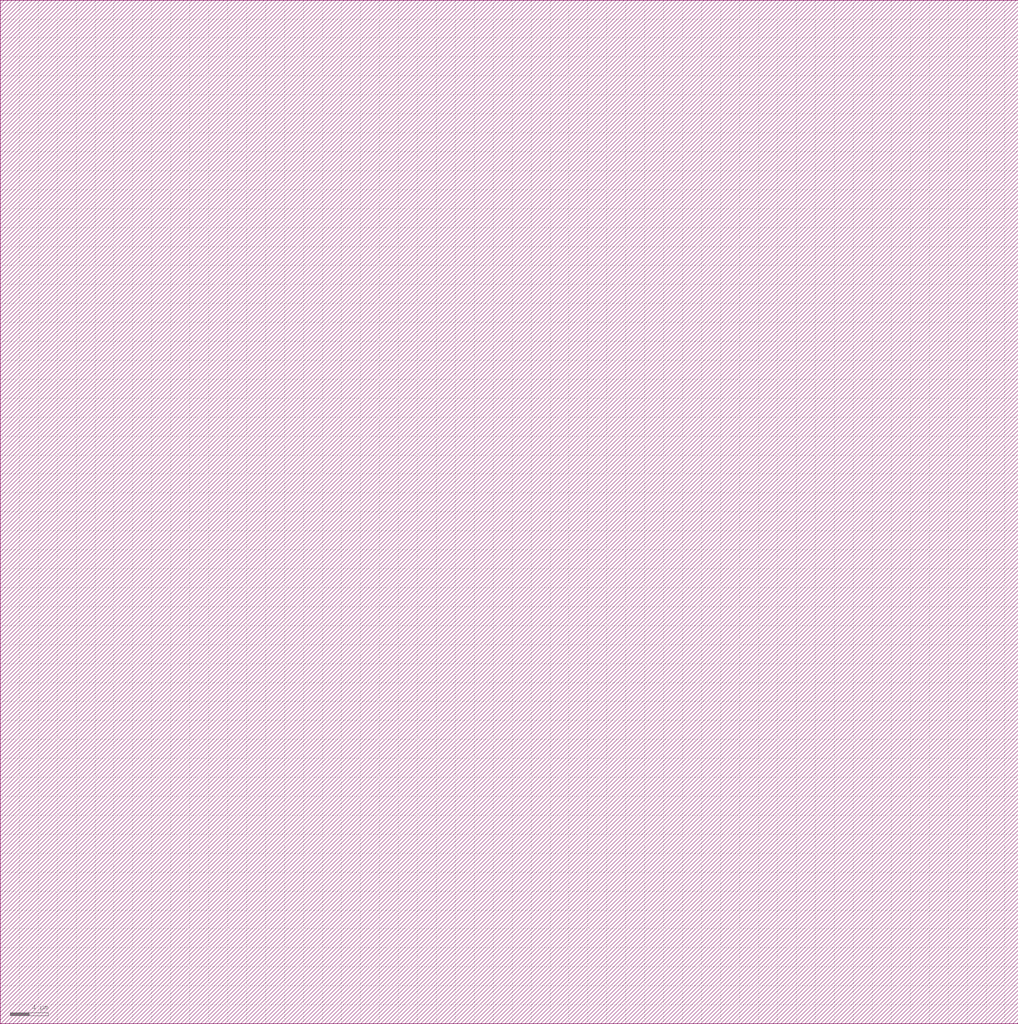
<source format=lef>
VERSION 5.6 ;

BUSBITCHARS "[]" ;

DIVIDERCHAR "/" ;

UNITS
    DATABASE MICRONS 1000 ;
END UNITS

MANUFACTURINGGRID 0.005000 ; 

CLEARANCEMEASURE EUCLIDEAN ; 

USEMINSPACING OBS ON ; 

SITE CoreSite
    CLASS CORE ;
    SIZE 0.600000 BY 0.300000 ;
END CoreSite

LAYER li1
   TYPE ROUTING ;
   DIRECTION VERTICAL ;
   MINWIDTH 0.300000 ;
   AREA 0.056250 ;
   WIDTH 0.300000 ;
   SPACINGTABLE
      PARALLELRUNLENGTH 0.0
      WIDTH 0.0 0.225000 ;
   PITCH 0.600000 0.600000 ;
END li1

LAYER mcon
    TYPE CUT ;
    SPACING 0.225000 ;
    WIDTH 0.300000 ;
    ENCLOSURE ABOVE 0.075000 0.075000 ;
    ENCLOSURE BELOW 0.000000 0.000000 ;
END mcon

LAYER met1
   TYPE ROUTING ;
   DIRECTION HORIZONTAL ;
   MINWIDTH 0.150000 ;
   AREA 0.084375 ;
   WIDTH 0.150000 ;
   SPACINGTABLE
      PARALLELRUNLENGTH 0.0
      WIDTH 0.0 0.150000 ;
   PITCH 0.300000 0.300000 ;
END met1

LAYER v1
    TYPE CUT ;
    SPACING 0.075000 ;
    WIDTH 0.300000 ;
    ENCLOSURE ABOVE 0.075000 0.075000 ;
    ENCLOSURE BELOW 0.075000 0.075000 ;
END v1

LAYER met2
   TYPE ROUTING ;
   DIRECTION VERTICAL ;
   MINWIDTH 0.150000 ;
   AREA 0.073125 ;
   WIDTH 0.150000 ;
   SPACINGTABLE
      PARALLELRUNLENGTH 0.0
      WIDTH 0.0 0.150000 ;
   PITCH 0.300000 0.300000 ;
END met2

LAYER v2
    TYPE CUT ;
    SPACING 0.150000 ;
    WIDTH 0.300000 ;
    ENCLOSURE ABOVE 0.075000 0.075000 ;
    ENCLOSURE BELOW 0.075000 0.000000 ;
END v2

LAYER met3
   TYPE ROUTING ;
   DIRECTION HORIZONTAL ;
   MINWIDTH 0.300000 ;
   AREA 0.241875 ;
   WIDTH 0.300000 ;
   SPACINGTABLE
      PARALLELRUNLENGTH 0.0
      WIDTH 0.0 0.300000 ;
   PITCH 0.600000 0.600000 ;
END met3

LAYER v3
    TYPE CUT ;
    SPACING 0.150000 ;
    WIDTH 0.450000 ;
    ENCLOSURE ABOVE 0.075000 0.075000 ;
    ENCLOSURE BELOW 0.075000 0.000000 ;
END v3

LAYER met4
   TYPE ROUTING ;
   DIRECTION VERTICAL ;
   MINWIDTH 0.300000 ;
   AREA 0.241875 ;
   WIDTH 0.300000 ;
   SPACINGTABLE
      PARALLELRUNLENGTH 0.0
      WIDTH 0.0 0.300000 ;
   PITCH 0.600000 0.600000 ;
END met4

LAYER v4
    TYPE CUT ;
    SPACING 0.450000 ;
    WIDTH 1.200000 ;
    ENCLOSURE ABOVE 0.150000 0.150000 ;
    ENCLOSURE BELOW 0.000000 0.000000 ;
END v4

LAYER met5
   TYPE ROUTING ;
   DIRECTION HORIZONTAL ;
   MINWIDTH 1.650000 ;
   AREA 4.005000 ;
   WIDTH 1.650000 ;
   SPACINGTABLE
      PARALLELRUNLENGTH 0.0
      WIDTH 0.0 1.650000 ;
   PITCH 3.300000 3.300000 ;
END met5

LAYER OVERLAP
   TYPE OVERLAP ;
END OVERLAP

VIA mcon_C DEFAULT
   LAYER li1 ;
     RECT -0.150000 -0.150000 0.150000 0.150000 ;
   LAYER mcon ;
     RECT -0.150000 -0.150000 0.150000 0.150000 ;
   LAYER met1 ;
     RECT -0.225000 -0.225000 0.225000 0.225000 ;
END mcon_C

VIA v1_C DEFAULT
   LAYER met1 ;
     RECT -0.225000 -0.225000 0.225000 0.225000 ;
   LAYER v1 ;
     RECT -0.150000 -0.150000 0.150000 0.150000 ;
   LAYER met2 ;
     RECT -0.225000 -0.225000 0.225000 0.225000 ;
END v1_C

VIA v2_C DEFAULT
   LAYER met2 ;
     RECT -0.150000 -0.225000 0.150000 0.225000 ;
   LAYER v2 ;
     RECT -0.150000 -0.150000 0.150000 0.150000 ;
   LAYER met3 ;
     RECT -0.225000 -0.225000 0.225000 0.225000 ;
END v2_C

VIA v2_Ch
   LAYER met2 ;
     RECT -0.225000 -0.150000 0.225000 0.150000 ;
   LAYER v2 ;
     RECT -0.150000 -0.150000 0.150000 0.150000 ;
   LAYER met3 ;
     RECT -0.225000 -0.225000 0.225000 0.225000 ;
END v2_Ch

VIA v2_Cv
   LAYER met2 ;
     RECT -0.150000 -0.225000 0.150000 0.225000 ;
   LAYER v2 ;
     RECT -0.150000 -0.150000 0.150000 0.150000 ;
   LAYER met3 ;
     RECT -0.225000 -0.225000 0.225000 0.225000 ;
END v2_Cv

VIA v3_C DEFAULT
   LAYER met3 ;
     RECT -0.300000 -0.225000 0.300000 0.225000 ;
   LAYER v3 ;
     RECT -0.225000 -0.225000 0.225000 0.225000 ;
   LAYER met4 ;
     RECT -0.300000 -0.300000 0.300000 0.300000 ;
END v3_C

VIA v3_Ch
   LAYER met3 ;
     RECT -0.300000 -0.225000 0.300000 0.225000 ;
   LAYER v3 ;
     RECT -0.225000 -0.225000 0.225000 0.225000 ;
   LAYER met4 ;
     RECT -0.300000 -0.300000 0.300000 0.300000 ;
END v3_Ch

VIA v3_Cv
   LAYER met3 ;
     RECT -0.300000 -0.225000 0.300000 0.225000 ;
   LAYER v3 ;
     RECT -0.225000 -0.225000 0.225000 0.225000 ;
   LAYER met4 ;
     RECT -0.300000 -0.300000 0.300000 0.300000 ;
END v3_Cv

VIA v4_C DEFAULT
   LAYER met4 ;
     RECT -0.600000 -0.600000 0.600000 0.600000 ;
   LAYER v4 ;
     RECT -0.600000 -0.600000 0.600000 0.600000 ;
   LAYER met5 ;
     RECT -0.750000 -0.750000 0.750000 0.750000 ;
END v4_C

MACRO _0_0std_0_0cells_0_0LATCH
    CLASS CORE ;
    FOREIGN _0_0std_0_0cells_0_0LATCH 0.000000 0.000000 ;
    ORIGIN 0.000000 0.000000 ;
    SIZE 7.200000 BY 8.100000 ;
    SYMMETRY X Y ;
    SITE CoreSite ;
    PIN CLK
        DIRECTION INPUT ;
        USE SIGNAL ;
        PORT
        LAYER li1 ;
        RECT 1.425000 1.725000 1.800000 1.800000 ;
        RECT 1.425000 1.500000 1.500000 1.725000 ;
        RECT 1.425000 1.425000 1.800000 1.500000 ;
        RECT 1.500000 1.500000 1.725000 1.725000 ;
        RECT 2.025000 2.400000 2.400000 2.475000 ;
        RECT 2.025000 2.175000 2.100000 2.400000 ;
        RECT 2.025000 2.100000 2.400000 2.175000 ;
        RECT 1.725000 1.500000 2.325000 1.725000 ;
        RECT 2.100000 2.175000 2.325000 2.400000 ;
        RECT 2.100000 1.725000 2.325000 2.100000 ;
        RECT 2.325000 2.175000 2.400000 2.400000 ;
        END
        ANTENNAGATEAREA 0.607500 ;
    END CLK
    PIN D
        DIRECTION INPUT ;
        USE SIGNAL ;
        PORT
        LAYER li1 ;
        RECT 6.450000 3.975000 6.825000 4.050000 ;
        RECT 6.450000 3.750000 6.525000 3.975000 ;
        RECT 6.450000 3.675000 6.825000 3.750000 ;
        RECT 6.525000 3.750000 6.750000 3.975000 ;
        RECT 6.750000 3.750000 6.825000 3.975000 ;
        END
        ANTENNAGATEAREA 0.382500 ;
    END D
    PIN Q
        DIRECTION OUTPUT ;
        USE SIGNAL ;
        PORT
        LAYER li1 ;
        RECT 0.600000 4.425000 0.975000 4.500000 ;
        RECT 0.600000 4.200000 0.675000 4.425000 ;
        RECT 0.600000 4.125000 0.975000 4.200000 ;
        RECT 0.600000 3.525000 0.975000 3.600000 ;
        RECT 0.600000 3.300000 0.675000 3.525000 ;
        RECT 0.600000 3.225000 0.975000 3.300000 ;
        RECT 0.600000 1.125000 0.975000 1.200000 ;
        RECT 0.600000 0.900000 0.675000 1.125000 ;
        RECT 0.600000 0.825000 0.975000 0.900000 ;
        RECT 0.675000 4.200000 0.900000 4.425000 ;
        RECT 0.675000 3.600000 0.900000 4.125000 ;
        RECT 0.675000 3.300000 0.900000 3.525000 ;
        RECT 0.675000 1.200000 0.900000 3.225000 ;
        RECT 0.675000 0.900000 0.900000 1.125000 ;
        RECT 0.900000 4.200000 0.975000 4.425000 ;
        RECT 0.900000 3.300000 0.975000 3.525000 ;
        RECT 0.900000 0.900000 0.975000 1.125000 ;
        RECT 4.650000 2.400000 5.025000 2.475000 ;
        RECT 4.650000 2.175000 4.725000 2.400000 ;
        RECT 4.650000 2.100000 5.025000 2.175000 ;
        RECT 4.650000 1.125000 5.025000 1.200000 ;
        RECT 4.650000 0.900000 4.725000 1.125000 ;
        RECT 4.650000 0.825000 5.025000 0.900000 ;
        RECT 4.725000 2.175000 4.950000 2.400000 ;
        RECT 4.725000 1.200000 4.950000 2.100000 ;
        RECT 4.725000 0.900000 4.950000 1.125000 ;
        RECT 4.950000 2.175000 5.025000 2.400000 ;
        RECT 4.950000 0.900000 5.025000 1.125000 ;
        LAYER mcon ;
        RECT 0.675000 0.900000 0.900000 1.125000 ;
        RECT 4.725000 0.900000 4.950000 1.125000 ;
        LAYER met1 ;
        RECT 0.600000 1.125000 0.975000 1.200000 ;
        RECT 0.600000 0.900000 0.675000 1.125000 ;
        RECT 0.600000 0.825000 0.975000 0.900000 ;
        RECT 0.675000 0.900000 0.900000 1.125000 ;
        RECT 0.900000 0.900000 4.725000 1.125000 ;
        RECT 4.725000 0.900000 4.950000 1.125000 ;
        RECT 4.950000 0.900000 5.025000 1.125000 ;
        RECT 4.650000 0.825000 5.025000 0.900000 ;
        RECT 4.650000 1.125000 5.025000 1.200000 ;
        END
        ANTENNAGATEAREA 0.270000 ;
        ANTENNADIFFAREA 0.843750 ;
    END Q
    PIN Vdd
        DIRECTION INPUT ;
        USE POWER ;
        PORT
        LAYER li1 ;
        RECT 1.125000 5.325000 1.500000 5.400000 ;
        RECT 1.125000 5.100000 1.200000 5.325000 ;
        RECT 1.125000 5.025000 1.500000 5.100000 ;
        RECT 1.200000 6.225000 1.575000 6.300000 ;
        RECT 1.200000 6.000000 1.275000 6.225000 ;
        RECT 1.200000 5.925000 1.575000 6.000000 ;
        RECT 1.200000 5.400000 1.425000 5.925000 ;
        RECT 1.200000 5.100000 1.425000 5.325000 ;
        RECT 1.275000 6.000000 1.500000 6.225000 ;
        RECT 1.425000 5.100000 1.500000 5.325000 ;
        RECT 1.500000 6.000000 1.575000 6.225000 ;
        RECT 5.250000 6.225000 5.625000 6.300000 ;
        RECT 5.250000 6.000000 5.325000 6.225000 ;
        RECT 5.250000 5.700000 5.625000 6.000000 ;
        RECT 5.250000 5.475000 5.325000 5.700000 ;
        RECT 5.250000 5.400000 5.625000 5.475000 ;
        RECT 5.325000 6.000000 5.550000 6.225000 ;
        RECT 5.325000 5.475000 5.550000 5.700000 ;
        RECT 5.550000 6.000000 5.625000 6.225000 ;
        RECT 5.550000 5.475000 5.625000 5.700000 ;
        LAYER mcon ;
        RECT 1.275000 6.000000 1.500000 6.225000 ;
        RECT 5.325000 6.000000 5.550000 6.225000 ;
        LAYER met1 ;
        RECT 1.200000 6.225000 1.575000 6.300000 ;
        RECT 1.200000 6.000000 1.275000 6.225000 ;
        RECT 1.200000 5.925000 1.575000 6.000000 ;
        RECT 1.275000 6.000000 1.500000 6.225000 ;
        RECT 1.500000 6.000000 5.325000 6.225000 ;
        RECT 5.325000 6.000000 5.550000 6.225000 ;
        RECT 5.550000 6.000000 5.625000 6.225000 ;
        RECT 5.250000 6.225000 5.625000 6.300000 ;
        RECT 5.250000 5.925000 5.625000 6.000000 ;
        END
        ANTENNADIFFAREA 1.288125 ;
    END Vdd
    PIN GND
        DIRECTION INPUT ;
        USE GROUND ;
        PORT
        LAYER li1 ;
        RECT 1.125000 2.925000 1.500000 3.000000 ;
        RECT 1.125000 2.700000 1.200000 2.925000 ;
        RECT 1.125000 2.625000 1.500000 2.700000 ;
        RECT 1.125000 2.325000 1.500000 2.400000 ;
        RECT 1.125000 2.100000 1.200000 2.325000 ;
        RECT 1.125000 2.025000 1.500000 2.100000 ;
        RECT 1.200000 2.700000 1.425000 2.925000 ;
        RECT 1.200000 2.400000 1.425000 2.625000 ;
        RECT 1.200000 2.100000 1.425000 2.325000 ;
        RECT 1.425000 2.700000 1.500000 2.925000 ;
        RECT 1.425000 2.100000 1.500000 2.325000 ;
        RECT 5.250000 2.400000 5.625000 2.475000 ;
        RECT 5.250000 2.100000 5.625000 2.175000 ;
        RECT 5.325000 2.475000 5.550000 3.225000 ;
        RECT 5.250000 2.175000 5.325000 2.400000 ;
        RECT 5.325000 2.175000 5.550000 2.400000 ;
        RECT 5.250000 3.225000 5.625000 3.300000 ;
        RECT 5.550000 2.175000 5.625000 2.400000 ;
        RECT 5.250000 3.525000 5.625000 3.600000 ;
        RECT 5.250000 3.300000 5.325000 3.525000 ;
        RECT 5.325000 3.300000 5.550000 3.525000 ;
        RECT 5.550000 3.300000 5.625000 3.525000 ;
        LAYER mcon ;
        RECT 1.200000 2.100000 1.425000 2.325000 ;
        RECT 5.325000 2.175000 5.550000 2.400000 ;
        LAYER met1 ;
        RECT 1.125000 2.325000 5.325000 2.400000 ;
        RECT 1.125000 2.100000 1.200000 2.325000 ;
        RECT 1.125000 2.025000 1.500000 2.100000 ;
        RECT 1.200000 2.100000 1.425000 2.325000 ;
        RECT 1.425000 2.175000 5.325000 2.325000 ;
        RECT 1.425000 2.100000 1.500000 2.175000 ;
        RECT 5.325000 2.175000 5.550000 2.400000 ;
        RECT 5.550000 2.175000 5.625000 2.400000 ;
        RECT 5.250000 2.100000 5.625000 2.175000 ;
        RECT 5.250000 2.400000 5.625000 2.475000 ;
        END
        ANTENNADIFFAREA 0.838125 ;
    END GND
    OBS
        LAYER li1 ;
        RECT 0.150000 5.925000 0.825000 6.000000 ;
        RECT 0.150000 5.700000 0.525000 5.925000 ;
        RECT 0.150000 5.625000 0.825000 5.700000 ;
        RECT 0.150000 0.525000 0.375000 5.625000 ;
        RECT 0.150000 0.300000 3.450000 0.525000 ;
        RECT 0.525000 5.700000 0.750000 5.925000 ;
        RECT 0.750000 5.700000 0.825000 5.925000 ;
        RECT 1.725000 7.125000 2.100000 7.200000 ;
        RECT 1.725000 6.900000 1.800000 7.125000 ;
        RECT 1.725000 6.825000 2.100000 6.900000 ;
        RECT 1.650000 3.225000 2.025000 3.300000 ;
        RECT 1.800000 6.900000 2.025000 7.125000 ;
        RECT 1.650000 4.425000 2.025000 4.500000 ;
        RECT 1.650000 4.200000 1.725000 4.425000 ;
        RECT 1.650000 4.125000 2.025000 4.200000 ;
        RECT 1.650000 3.525000 2.025000 3.600000 ;
        RECT 1.650000 3.300000 1.725000 3.525000 ;
        RECT 2.625000 7.500000 4.950000 7.725000 ;
        RECT 2.025000 6.900000 2.100000 7.125000 ;
        RECT 1.725000 4.200000 1.950000 4.425000 ;
        RECT 1.725000 3.600000 1.950000 4.125000 ;
        RECT 1.725000 3.300000 1.950000 3.525000 ;
        RECT 2.550000 3.225000 2.925000 3.300000 ;
        RECT 3.225000 0.525000 3.450000 3.225000 ;
        RECT 1.800000 4.500000 2.025000 6.825000 ;
        RECT 1.950000 4.200000 2.025000 4.425000 ;
        RECT 1.950000 3.300000 2.025000 3.525000 ;
        RECT 2.550000 1.575000 2.625000 1.800000 ;
        RECT 2.550000 1.500000 2.925000 1.575000 ;
        RECT 3.150000 3.225000 3.525000 3.300000 ;
        RECT 2.550000 1.800000 2.925000 1.875000 ;
        RECT 2.625000 1.575000 2.850000 1.800000 ;
        RECT 2.550000 4.950000 2.925000 5.025000 ;
        RECT 2.550000 4.725000 2.625000 4.950000 ;
        RECT 2.550000 4.650000 2.925000 4.725000 ;
        RECT 2.550000 3.525000 2.925000 3.600000 ;
        RECT 2.550000 3.300000 2.625000 3.525000 ;
        RECT 2.625000 1.875000 2.850000 3.225000 ;
        RECT 2.850000 1.575000 2.925000 1.800000 ;
        RECT 2.625000 5.025000 2.850000 7.500000 ;
        RECT 2.625000 4.725000 2.850000 4.950000 ;
        RECT 2.625000 3.300000 2.850000 3.525000 ;
        RECT 3.750000 3.225000 4.125000 3.300000 ;
        RECT 2.850000 4.725000 2.925000 4.950000 ;
        RECT 3.150000 4.425000 3.525000 4.500000 ;
        RECT 3.150000 4.200000 3.225000 4.425000 ;
        RECT 3.150000 4.125000 3.525000 4.200000 ;
        RECT 3.150000 3.525000 3.525000 3.600000 ;
        RECT 2.850000 3.300000 2.925000 3.525000 ;
        RECT 5.925000 1.875000 6.150000 3.225000 ;
        RECT 5.850000 1.800000 6.225000 1.875000 ;
        RECT 5.850000 1.575000 5.925000 1.800000 ;
        RECT 5.850000 1.500000 6.225000 1.575000 ;
        RECT 3.225000 4.200000 3.450000 4.425000 ;
        RECT 3.225000 3.600000 3.450000 4.125000 ;
        RECT 4.650000 3.225000 5.025000 3.300000 ;
        RECT 5.925000 1.575000 6.150000 1.800000 ;
        RECT 3.300000 7.125000 3.675000 7.200000 ;
        RECT 3.300000 6.900000 3.375000 7.125000 ;
        RECT 3.300000 6.750000 3.675000 6.900000 ;
        RECT 3.300000 6.525000 3.375000 6.750000 ;
        RECT 3.300000 6.450000 3.675000 6.525000 ;
        RECT 3.750000 5.700000 4.125000 5.775000 ;
        RECT 3.750000 5.475000 3.825000 5.700000 ;
        RECT 3.750000 5.400000 4.125000 5.475000 ;
        RECT 3.450000 4.200000 3.525000 4.425000 ;
        RECT 3.750000 3.525000 4.125000 3.600000 ;
        RECT 3.150000 3.300000 3.225000 3.525000 ;
        RECT 6.150000 1.575000 6.225000 1.800000 ;
        RECT 3.375000 6.900000 3.600000 7.125000 ;
        RECT 3.375000 6.525000 3.600000 6.750000 ;
        RECT 3.825000 5.475000 4.050000 5.700000 ;
        RECT 3.225000 3.300000 3.450000 3.525000 ;
        RECT 3.600000 6.900000 3.675000 7.125000 ;
        RECT 3.600000 6.525000 3.675000 6.750000 ;
        RECT 3.900000 7.125000 4.275000 7.200000 ;
        RECT 3.900000 6.900000 3.975000 7.125000 ;
        RECT 3.900000 6.825000 4.275000 6.900000 ;
        RECT 3.900000 5.775000 4.125000 6.825000 ;
        RECT 4.050000 5.475000 4.125000 5.700000 ;
        RECT 3.450000 3.300000 3.525000 3.525000 ;
        RECT 3.975000 6.900000 4.200000 7.125000 ;
        RECT 4.650000 4.950000 5.025000 5.025000 ;
        RECT 4.650000 4.725000 4.725000 4.950000 ;
        RECT 4.650000 4.650000 5.025000 4.725000 ;
        RECT 4.650000 3.525000 5.025000 3.600000 ;
        RECT 5.850000 3.225000 6.225000 3.300000 ;
        RECT 4.200000 6.900000 4.275000 7.125000 ;
        RECT 4.725000 5.025000 4.950000 7.500000 ;
        RECT 4.725000 4.725000 4.950000 4.950000 ;
        RECT 3.750000 3.300000 3.825000 3.525000 ;
        RECT 4.950000 4.725000 5.025000 4.950000 ;
        RECT 3.825000 3.300000 4.050000 3.525000 ;
        RECT 4.050000 3.300000 4.725000 3.525000 ;
        RECT 5.850000 7.125000 6.225000 7.200000 ;
        RECT 5.850000 6.900000 5.925000 7.125000 ;
        RECT 5.850000 6.825000 6.225000 6.900000 ;
        RECT 5.850000 5.700000 6.225000 5.775000 ;
        RECT 5.850000 5.400000 6.225000 5.475000 ;
        RECT 5.850000 3.525000 6.225000 3.600000 ;
        RECT 4.725000 3.300000 4.950000 3.525000 ;
        RECT 5.925000 6.900000 6.150000 7.125000 ;
        RECT 5.925000 5.775000 6.150000 6.825000 ;
        RECT 4.950000 3.300000 5.025000 3.525000 ;
        RECT 6.150000 6.900000 6.225000 7.125000 ;
        RECT 5.850000 5.475000 5.925000 5.700000 ;
        RECT 5.925000 5.475000 6.150000 5.700000 ;
        RECT 6.150000 5.475000 6.225000 5.700000 ;
        RECT 5.850000 3.300000 5.925000 3.525000 ;
        RECT 5.925000 3.300000 6.150000 3.525000 ;
        RECT 6.150000 3.300000 6.225000 3.525000 ;
        LAYER met1 ;
        RECT 1.725000 7.125000 2.100000 7.200000 ;
        RECT 1.725000 6.900000 1.800000 7.125000 ;
        RECT 1.725000 6.825000 2.100000 6.900000 ;
        RECT 1.800000 6.900000 2.025000 7.125000 ;
        RECT 2.550000 1.800000 2.925000 1.875000 ;
        RECT 2.550000 1.575000 2.625000 1.800000 ;
        RECT 2.550000 1.500000 2.925000 1.575000 ;
        RECT 3.300000 7.125000 3.675000 7.200000 ;
        RECT 2.025000 6.900000 3.375000 7.125000 ;
        RECT 2.625000 1.575000 2.850000 1.800000 ;
        RECT 3.375000 6.900000 3.600000 7.125000 ;
        RECT 2.850000 1.575000 5.925000 1.800000 ;
        RECT 3.900000 7.125000 4.275000 7.200000 ;
        RECT 3.600000 6.900000 3.675000 7.125000 ;
        RECT 3.300000 6.825000 3.675000 6.900000 ;
        RECT 5.925000 1.575000 6.150000 1.800000 ;
        RECT 6.150000 1.575000 6.225000 1.800000 ;
        RECT 5.850000 1.500000 6.225000 1.575000 ;
        RECT 5.850000 7.125000 6.225000 7.200000 ;
        RECT 3.900000 6.900000 3.975000 7.125000 ;
        RECT 3.900000 6.825000 4.275000 6.900000 ;
        RECT 5.850000 1.800000 6.225000 1.875000 ;
        RECT 3.975000 6.900000 4.200000 7.125000 ;
        RECT 5.850000 6.825000 6.225000 6.900000 ;
        RECT 4.200000 6.900000 5.925000 7.125000 ;
        RECT 5.925000 6.900000 6.150000 7.125000 ;
        RECT 6.150000 6.900000 6.225000 7.125000 ;
    END
END _0_0std_0_0cells_0_0LATCH

MACRO _0_0std_0_0cells_0_0INVX1
    CLASS CORE ;
    FOREIGN _0_0std_0_0cells_0_0INVX1 0.000000 0.000000 ;
    ORIGIN 0.000000 0.000000 ;
    SIZE 3.000000 BY 3.000000 ;
    SYMMETRY X Y ;
    SITE CoreSite ;
    PIN A
        DIRECTION INPUT ;
        USE SIGNAL ;
        PORT
        LAYER li1 ;
        RECT 1.500000 2.700000 1.950000 2.775000 ;
        RECT 1.500000 2.400000 1.575000 2.700000 ;
        RECT 1.500000 2.325000 1.950000 2.400000 ;
        RECT 1.575000 2.400000 1.875000 2.700000 ;
        RECT 1.875000 2.400000 1.950000 2.700000 ;
        END
        ANTENNAGATEAREA 0.157500 ;
    END A
    PIN Y
        DIRECTION OUTPUT ;
        USE SIGNAL ;
        PORT
        LAYER li1 ;
        RECT 1.725000 0.525000 2.325000 0.600000 ;
        RECT 1.725000 1.725000 2.325000 1.800000 ;
        RECT 1.725000 1.500000 1.800000 1.725000 ;
        RECT 1.725000 1.425000 2.325000 1.500000 ;
        RECT 1.725000 0.825000 2.325000 0.900000 ;
        RECT 1.725000 0.600000 1.800000 0.825000 ;
        RECT 1.800000 1.500000 2.025000 1.725000 ;
        RECT 1.800000 0.600000 2.025000 0.825000 ;
        RECT 2.025000 1.500000 2.325000 1.725000 ;
        RECT 2.025000 0.600000 2.325000 0.825000 ;
        RECT 2.100000 0.900000 2.325000 1.425000 ;
        END
        ANTENNADIFFAREA 0.393750 ;
    END Y
    PIN Vdd
        DIRECTION INPUT ;
        USE POWER ;
        PORT
        LAYER li1 ;
        RECT 0.225000 1.875000 1.050000 1.950000 ;
        RECT 0.225000 1.650000 0.300000 1.875000 ;
        RECT 0.225000 1.575000 0.600000 1.650000 ;
        RECT 0.975000 1.950000 1.350000 2.025000 ;
        RECT 0.300000 1.650000 0.525000 1.875000 ;
        RECT 0.525000 1.725000 1.050000 1.875000 ;
        RECT 0.525000 1.650000 0.600000 1.725000 ;
        RECT 1.050000 1.725000 1.275000 1.950000 ;
        RECT 1.275000 1.725000 1.350000 1.950000 ;
        RECT 0.975000 1.650000 1.350000 1.725000 ;
        LAYER mcon ;
        RECT 0.300000 1.650000 0.525000 1.875000 ;
        LAYER met1 ;
        RECT 0.075000 1.875000 0.600000 1.950000 ;
        RECT 0.075000 1.650000 0.300000 1.875000 ;
        RECT 0.075000 1.575000 0.600000 1.650000 ;
        RECT 0.300000 1.650000 0.525000 1.875000 ;
        RECT 0.525000 1.650000 0.600000 1.875000 ;
        END
        ANTENNADIFFAREA 0.360000 ;
    END Vdd
    PIN GND
        DIRECTION INPUT ;
        USE GROUND ;
        PORT
        LAYER li1 ;
        RECT 0.450000 0.825000 1.350000 0.900000 ;
        RECT 0.450000 0.600000 0.525000 0.825000 ;
        RECT 0.450000 0.525000 1.350000 0.600000 ;
        RECT 0.525000 0.600000 0.750000 0.825000 ;
        RECT 0.750000 0.600000 1.050000 0.825000 ;
        RECT 1.050000 0.600000 1.275000 0.825000 ;
        RECT 1.275000 0.600000 1.350000 0.825000 ;
        LAYER mcon ;
        RECT 0.525000 0.600000 0.750000 0.825000 ;
        LAYER met1 ;
        RECT 0.300000 0.825000 0.825000 0.900000 ;
        RECT 0.300000 0.600000 0.525000 0.825000 ;
        RECT 0.300000 0.525000 0.825000 0.600000 ;
        RECT 0.525000 0.600000 0.750000 0.825000 ;
        RECT 0.750000 0.600000 0.825000 0.825000 ;
        END
        ANTENNADIFFAREA 0.270000 ;
    END GND
END _0_0std_0_0cells_0_0INVX1

MACRO _0_0std_0_0cells_0_0NOR2X1
    CLASS CORE ;
    FOREIGN _0_0std_0_0cells_0_0NOR2X1 0.000000 0.000000 ;
    ORIGIN 0.000000 0.000000 ;
    SIZE 2.400000 BY 3.900000 ;
    SYMMETRY X Y ;
    SITE CoreSite ;
    PIN A
        DIRECTION INPUT ;
        USE SIGNAL ;
        PORT
        LAYER li1 ;
        RECT 0.600000 3.450000 0.975000 3.525000 ;
        RECT 0.600000 3.225000 0.675000 3.450000 ;
        RECT 0.600000 3.150000 0.975000 3.225000 ;
        RECT 0.675000 3.225000 0.900000 3.450000 ;
        RECT 0.900000 3.225000 0.975000 3.450000 ;
        END
        ANTENNAGATEAREA 0.236250 ;
    END A
    PIN B
        DIRECTION INPUT ;
        USE SIGNAL ;
        PORT
        LAYER li1 ;
        RECT 1.650000 3.450000 2.025000 3.525000 ;
        RECT 1.650000 3.225000 1.725000 3.450000 ;
        RECT 1.650000 3.150000 2.025000 3.225000 ;
        RECT 1.725000 3.225000 1.950000 3.450000 ;
        RECT 1.950000 3.225000 2.025000 3.450000 ;
        END
        ANTENNAGATEAREA 0.236250 ;
    END B
    PIN Y
        DIRECTION OUTPUT ;
        USE SIGNAL ;
        PORT
        LAYER li1 ;
        RECT 1.200000 1.350000 1.950000 1.575000 ;
        RECT 1.200000 1.050000 1.425000 1.350000 ;
        RECT 1.200000 0.825000 1.425000 1.050000 ;
        RECT 1.200000 0.750000 1.425000 0.825000 ;
        RECT 1.650000 2.100000 2.025000 2.175000 ;
        RECT 1.650000 1.875000 1.725000 2.100000 ;
        RECT 1.650000 1.800000 2.025000 1.875000 ;
        RECT 1.725000 1.875000 1.950000 2.100000 ;
        RECT 1.725000 1.575000 1.950000 1.800000 ;
        RECT 1.950000 1.875000 2.025000 2.100000 ;
        END
        ANTENNADIFFAREA 0.590625 ;
    END Y
    PIN Vdd
        DIRECTION INPUT ;
        USE POWER ;
        PORT
        LAYER li1 ;
        RECT 0.225000 2.100000 0.975000 2.175000 ;
        RECT 0.225000 1.875000 0.300000 2.100000 ;
        RECT 0.225000 1.800000 0.975000 1.875000 ;
        RECT 0.300000 1.875000 0.525000 2.100000 ;
        RECT 0.525000 1.875000 0.675000 2.100000 ;
        RECT 0.675000 1.875000 0.900000 2.100000 ;
        RECT 0.900000 1.875000 0.975000 2.100000 ;
        LAYER mcon ;
        RECT 0.300000 1.875000 0.525000 2.100000 ;
        LAYER met1 ;
        RECT 0.075000 2.100000 0.600000 2.175000 ;
        RECT 0.075000 1.875000 0.300000 2.100000 ;
        RECT 0.075000 1.800000 0.600000 1.875000 ;
        RECT 0.300000 1.875000 0.525000 2.100000 ;
        RECT 0.525000 1.875000 0.600000 2.100000 ;
        END
        ANTENNADIFFAREA 0.421875 ;
    END Vdd
    PIN GND
        DIRECTION INPUT ;
        USE GROUND ;
        PORT
        LAYER li1 ;
        RECT 0.600000 0.525000 0.975000 0.600000 ;
        RECT 0.600000 0.300000 0.675000 0.525000 ;
        RECT 0.600000 0.225000 0.975000 0.300000 ;
        RECT 0.675000 1.050000 0.900000 1.125000 ;
        RECT 0.675000 0.825000 0.900000 1.050000 ;
        RECT 0.675000 0.600000 0.900000 0.825000 ;
        RECT 0.675000 0.300000 0.900000 0.525000 ;
        RECT 1.650000 0.525000 2.025000 0.600000 ;
        RECT 0.900000 0.300000 0.975000 0.525000 ;
        RECT 1.650000 0.225000 2.025000 0.300000 ;
        RECT 1.725000 0.600000 1.950000 0.825000 ;
        RECT 1.650000 0.300000 1.725000 0.525000 ;
        RECT 1.725000 0.300000 1.950000 0.525000 ;
        RECT 1.725000 1.050000 1.950000 1.125000 ;
        RECT 1.725000 0.825000 1.950000 1.050000 ;
        RECT 1.950000 0.300000 2.025000 0.525000 ;
        LAYER mcon ;
        RECT 0.675000 0.300000 0.900000 0.525000 ;
        RECT 1.725000 0.300000 1.950000 0.525000 ;
        LAYER met1 ;
        RECT 0.600000 0.525000 0.975000 0.600000 ;
        RECT 0.600000 0.300000 0.675000 0.525000 ;
        RECT 0.600000 0.225000 0.975000 0.300000 ;
        RECT 0.675000 0.300000 0.900000 0.525000 ;
        RECT 1.650000 0.525000 2.025000 0.600000 ;
        RECT 0.900000 0.300000 1.725000 0.525000 ;
        RECT 1.650000 0.225000 2.025000 0.300000 ;
        RECT 1.725000 0.300000 1.950000 0.525000 ;
        RECT 1.950000 0.300000 2.025000 0.525000 ;
        END
        ANTENNADIFFAREA 0.337500 ;
    END GND
END _0_0std_0_0cells_0_0NOR2X1

MACRO _0_0cell_0_0gcelem3x0
    CLASS CORE ;
    FOREIGN _0_0cell_0_0gcelem3x0 0.000000 0.000000 ;
    ORIGIN 0.000000 0.000000 ;
    SIZE 8.400000 BY 3.000000 ;
    SYMMETRY X Y ;
    SITE CoreSite ;
    PIN in_50_6
        DIRECTION INPUT ;
        USE SIGNAL ;
        PORT
        LAYER li1 ;
        RECT 0.600000 2.400000 0.900000 2.700000 ;
        END
        ANTENNAGATEAREA 0.180000 ;
    END in_50_6
    PIN in_51_6
        DIRECTION INPUT ;
        USE SIGNAL ;
        PORT
        LAYER li1 ;
        RECT 2.400000 2.400000 2.700000 2.700000 ;
        END
        ANTENNAGATEAREA 0.180000 ;
    END in_51_6
    PIN in_52_6
        DIRECTION INPUT ;
        USE SIGNAL ;
        PORT
        LAYER li1 ;
        RECT 4.200000 2.400000 4.500000 2.700000 ;
        END
        ANTENNAGATEAREA 0.180000 ;
    END in_52_6
    PIN out
        DIRECTION OUTPUT ;
        USE SIGNAL ;
        PORT
        LAYER li1 ;
        RECT 0.600000 0.300000 0.900000 0.600000 ;
        END
        ANTENNAGATEAREA 0.360000 ;
        ANTENNADIFFAREA 0.562500 ;
    END out
    PIN Vdd
        DIRECTION INPUT ;
        USE POWER ;
        PORT
        LAYER li1 ;
        RECT 6.000000 2.400000 6.300000 2.700000 ;
        END
        ANTENNAGATEAREA 1.755000 ;
        ANTENNADIFFAREA 0.450000 ;
    END Vdd
    PIN GND
        DIRECTION INPUT ;
        USE GROUND ;
        PORT
        LAYER li1 ;
        RECT 7.800000 2.400000 8.100000 2.700000 ;
        END
        ANTENNAGATEAREA 1.282500 ;
        ANTENNADIFFAREA 0.337500 ;
    END GND
END _0_0cell_0_0gcelem3x0

MACRO _0_0std_0_0cells_0_0MUX2X1
    CLASS CORE ;
    FOREIGN _0_0std_0_0cells_0_0MUX2X1 0.000000 0.000000 ;
    ORIGIN 0.000000 0.000000 ;
    SIZE 7.200000 BY 6.600000 ;
    SYMMETRY X Y ;
    SITE CoreSite ;
    PIN A
        DIRECTION INPUT ;
        USE SIGNAL ;
        PORT
        LAYER li1 ;
        RECT 0.525000 3.000000 0.900000 3.075000 ;
        RECT 0.525000 2.775000 0.600000 3.000000 ;
        RECT 0.525000 2.700000 0.900000 2.775000 ;
        RECT 0.600000 2.775000 0.825000 3.000000 ;
        RECT 0.825000 2.775000 0.900000 3.000000 ;
        END
        ANTENNAGATEAREA 0.281250 ;
    END A
    PIN B
        DIRECTION INPUT ;
        USE SIGNAL ;
        PORT
        LAYER li1 ;
        RECT 4.050000 5.250000 4.425000 5.325000 ;
        RECT 4.050000 5.025000 4.125000 5.250000 ;
        RECT 4.050000 4.950000 4.425000 5.025000 ;
        RECT 4.125000 5.025000 4.350000 5.250000 ;
        RECT 4.350000 5.025000 4.425000 5.250000 ;
        END
        ANTENNAGATEAREA 0.281250 ;
    END B
    PIN S
        DIRECTION INPUT ;
        USE SIGNAL ;
        PORT
        LAYER li1 ;
        RECT 1.950000 5.025000 2.325000 5.100000 ;
        RECT 1.950000 4.800000 2.025000 5.025000 ;
        RECT 1.950000 4.725000 2.325000 4.800000 ;
        RECT 2.025000 4.800000 2.250000 5.025000 ;
        RECT 2.550000 5.025000 2.925000 5.100000 ;
        RECT 2.250000 4.800000 2.625000 5.025000 ;
        RECT 2.550000 4.725000 2.925000 4.800000 ;
        RECT 2.625000 4.800000 2.850000 5.025000 ;
        RECT 2.850000 4.800000 2.925000 5.025000 ;
        END
        ANTENNAGATEAREA 0.438750 ;
    END S
    PIN Y
        DIRECTION OUTPUT ;
        USE SIGNAL ;
        PORT
        LAYER li1 ;
        RECT 1.950000 0.675000 2.175000 1.650000 ;
        RECT 1.950000 0.450000 5.325000 0.675000 ;
        RECT 1.950000 0.375000 2.175000 0.450000 ;
        RECT 5.325000 0.450000 5.550000 0.675000 ;
        RECT 5.250000 0.675000 5.625000 0.750000 ;
        RECT 5.550000 0.450000 6.975000 0.675000 ;
        RECT 5.250000 0.375000 5.625000 0.450000 ;
        RECT 1.950000 1.875000 2.175000 1.950000 ;
        RECT 1.950000 1.650000 2.175000 1.875000 ;
        RECT 6.750000 0.675000 6.975000 3.675000 ;
        RECT 2.475000 3.675000 3.225000 3.900000 ;
        RECT 2.175000 1.650000 2.700000 1.875000 ;
        RECT 3.150000 3.900000 3.525000 3.975000 ;
        RECT 3.225000 3.675000 3.450000 3.900000 ;
        RECT 2.475000 1.875000 2.700000 3.675000 ;
        RECT 5.250000 1.875000 5.625000 1.950000 ;
        RECT 3.450000 3.675000 3.525000 3.900000 ;
        RECT 3.150000 3.600000 3.525000 3.675000 ;
        RECT 5.250000 1.950000 5.325000 2.175000 ;
        RECT 5.325000 1.950000 5.550000 2.175000 ;
        RECT 5.550000 2.025000 5.700000 2.175000 ;
        RECT 5.550000 1.950000 5.625000 2.025000 ;
        RECT 5.250000 2.175000 5.700000 2.250000 ;
        RECT 5.700000 2.025000 5.925000 2.250000 ;
        RECT 5.925000 2.025000 6.000000 2.250000 ;
        RECT 6.225000 3.900000 6.450000 3.975000 ;
        RECT 6.225000 3.675000 6.450000 3.900000 ;
        RECT 6.225000 3.600000 6.450000 3.675000 ;
        RECT 6.450000 3.675000 6.975000 3.900000 ;
        LAYER mcon ;
        RECT 5.325000 0.450000 5.550000 0.675000 ;
        RECT 5.325000 1.950000 5.550000 2.175000 ;
        LAYER met1 ;
        RECT 5.250000 2.175000 5.625000 2.250000 ;
        RECT 5.250000 1.950000 5.325000 2.175000 ;
        RECT 5.250000 1.875000 5.625000 1.950000 ;
        RECT 5.250000 0.675000 5.625000 0.750000 ;
        RECT 5.250000 0.450000 5.325000 0.675000 ;
        RECT 5.250000 0.375000 5.625000 0.450000 ;
        RECT 5.325000 1.950000 5.550000 2.175000 ;
        RECT 5.325000 0.750000 5.550000 1.875000 ;
        RECT 5.325000 0.450000 5.550000 0.675000 ;
        RECT 5.550000 1.950000 5.625000 2.175000 ;
        RECT 5.550000 0.450000 5.625000 0.675000 ;
        END
        ANTENNADIFFAREA 1.406250 ;
    END Y
    PIN Vdd
        DIRECTION INPUT ;
        USE POWER ;
        PORT
        LAYER li1 ;
        RECT 1.350000 5.550000 1.725000 5.625000 ;
        RECT 1.350000 5.325000 1.425000 5.550000 ;
        RECT 1.350000 5.250000 1.725000 5.325000 ;
        RECT 1.425000 5.325000 1.650000 5.550000 ;
        RECT 1.425000 4.050000 1.650000 5.250000 ;
        RECT 1.425000 3.825000 1.650000 4.050000 ;
        RECT 1.425000 3.750000 1.650000 3.825000 ;
        RECT 1.650000 5.325000 1.725000 5.550000 ;
        RECT 4.350000 3.900000 5.100000 3.975000 ;
        RECT 4.350000 3.675000 4.425000 3.900000 ;
        RECT 4.350000 3.600000 5.100000 3.675000 ;
        RECT 4.425000 3.675000 4.650000 3.900000 ;
        RECT 4.650000 3.675000 4.800000 3.900000 ;
        RECT 4.800000 3.675000 5.025000 3.900000 ;
        RECT 5.025000 3.675000 5.100000 3.900000 ;
        LAYER mcon ;
        RECT 1.425000 5.325000 1.650000 5.550000 ;
        RECT 4.800000 3.675000 5.025000 3.900000 ;
        LAYER met1 ;
        RECT 1.350000 5.550000 1.725000 5.625000 ;
        RECT 1.350000 5.325000 1.425000 5.550000 ;
        RECT 1.350000 5.250000 1.725000 5.325000 ;
        RECT 1.425000 5.325000 1.650000 5.550000 ;
        RECT 1.650000 5.325000 5.025000 5.550000 ;
        RECT 4.725000 3.900000 5.100000 3.975000 ;
        RECT 4.725000 3.675000 4.800000 3.900000 ;
        RECT 4.725000 3.600000 5.100000 3.675000 ;
        RECT 4.800000 3.975000 5.025000 5.325000 ;
        RECT 4.800000 3.675000 5.025000 3.900000 ;
        RECT 5.025000 3.675000 5.100000 3.900000 ;
        END
        ANTENNADIFFAREA 0.804375 ;
    END Vdd
    PIN GND
        DIRECTION INPUT ;
        USE GROUND ;
        PORT
        LAYER li1 ;
        RECT 0.825000 1.275000 1.200000 1.350000 ;
        RECT 0.825000 1.050000 0.900000 1.275000 ;
        RECT 0.825000 0.975000 1.200000 1.050000 ;
        RECT 0.900000 1.875000 1.125000 1.950000 ;
        RECT 0.900000 1.650000 1.125000 1.875000 ;
        RECT 0.900000 1.350000 1.125000 1.650000 ;
        RECT 0.900000 1.050000 1.125000 1.275000 ;
        RECT 1.125000 1.050000 1.200000 1.275000 ;
        RECT 3.825000 1.350000 4.050000 1.950000 ;
        RECT 3.750000 1.275000 4.125000 1.350000 ;
        RECT 3.750000 1.050000 3.825000 1.275000 ;
        RECT 3.750000 0.975000 4.125000 1.050000 ;
        RECT 3.825000 1.050000 4.050000 1.275000 ;
        RECT 4.050000 1.050000 4.125000 1.275000 ;
        RECT 3.825000 2.175000 4.050000 2.250000 ;
        RECT 3.825000 1.950000 4.050000 2.175000 ;
        LAYER mcon ;
        RECT 0.900000 1.050000 1.125000 1.275000 ;
        RECT 3.825000 1.050000 4.050000 1.275000 ;
        LAYER met1 ;
        RECT 0.825000 1.275000 1.200000 1.350000 ;
        RECT 0.825000 1.050000 0.900000 1.275000 ;
        RECT 0.825000 0.975000 1.200000 1.050000 ;
        RECT 0.900000 1.050000 1.125000 1.275000 ;
        RECT 1.125000 1.050000 3.825000 1.275000 ;
        RECT 3.825000 1.050000 4.050000 1.275000 ;
        RECT 4.050000 1.050000 4.125000 1.275000 ;
        RECT 3.750000 1.275000 4.125000 1.350000 ;
        RECT 3.750000 0.975000 4.125000 1.050000 ;
        END
        ANTENNADIFFAREA 0.607500 ;
    END GND
    OBS
        LAYER li1 ;
        RECT 0.900000 6.150000 1.275000 6.225000 ;
        RECT 0.900000 5.925000 0.975000 6.150000 ;
        RECT 0.900000 5.850000 1.275000 5.925000 ;
        RECT 0.900000 4.650000 1.125000 5.850000 ;
        RECT 0.900000 4.425000 1.125000 4.650000 ;
        RECT 0.900000 4.350000 1.125000 4.425000 ;
        RECT 0.975000 5.925000 1.200000 6.150000 ;
        RECT 1.200000 5.925000 1.275000 6.150000 ;
        RECT 1.875000 3.525000 2.250000 3.600000 ;
        RECT 1.875000 3.300000 1.950000 3.525000 ;
        RECT 1.875000 3.225000 2.250000 3.300000 ;
        RECT 1.950000 3.900000 2.175000 3.975000 ;
        RECT 1.950000 3.675000 2.175000 3.900000 ;
        RECT 1.950000 3.600000 2.175000 3.675000 ;
        RECT 1.950000 3.300000 2.175000 3.525000 ;
        RECT 4.425000 1.875000 4.650000 1.950000 ;
        RECT 4.425000 1.650000 4.650000 1.875000 ;
        RECT 4.425000 1.275000 4.650000 1.650000 ;
        RECT 2.175000 3.300000 2.250000 3.525000 ;
        RECT 6.225000 1.275000 6.450000 1.650000 ;
        RECT 4.425000 1.050000 6.450000 1.275000 ;
        RECT 6.225000 1.650000 6.450000 1.875000 ;
        RECT 3.075000 2.625000 3.450000 2.700000 ;
        RECT 3.075000 2.400000 3.150000 2.625000 ;
        RECT 3.075000 2.325000 3.450000 2.400000 ;
        RECT 3.225000 2.250000 3.450000 2.325000 ;
        RECT 3.225000 2.025000 3.450000 2.250000 ;
        RECT 3.225000 1.950000 3.450000 2.025000 ;
        RECT 6.225000 1.875000 6.450000 1.950000 ;
        RECT 3.150000 2.400000 3.375000 2.625000 ;
        RECT 3.375000 2.400000 3.450000 2.625000 ;
        RECT 5.325000 6.225000 5.700000 6.300000 ;
        RECT 5.325000 6.000000 5.400000 6.225000 ;
        RECT 5.325000 5.925000 5.700000 6.000000 ;
        RECT 5.400000 6.000000 5.625000 6.225000 ;
        RECT 5.625000 6.000000 5.700000 6.225000 ;
        RECT 5.400000 4.725000 5.625000 5.925000 ;
        RECT 5.400000 4.650000 6.000000 4.725000 ;
        RECT 5.400000 4.425000 5.700000 4.650000 ;
        RECT 5.700000 4.425000 5.925000 4.650000 ;
        RECT 5.625000 4.350000 6.000000 4.425000 ;
        RECT 5.925000 4.425000 6.000000 4.650000 ;
        RECT 6.000000 5.400000 6.375000 5.475000 ;
        RECT 6.000000 5.175000 6.075000 5.400000 ;
        RECT 6.000000 5.100000 6.375000 5.175000 ;
        RECT 6.075000 5.175000 6.300000 5.400000 ;
        RECT 6.300000 5.175000 6.375000 5.400000 ;
        LAYER met1 ;
        RECT 0.900000 6.150000 5.400000 6.225000 ;
        RECT 0.900000 5.925000 0.975000 6.150000 ;
        RECT 0.900000 5.850000 1.275000 5.925000 ;
        RECT 0.975000 5.925000 1.200000 6.150000 ;
        RECT 1.200000 6.000000 5.400000 6.150000 ;
        RECT 1.200000 5.925000 1.275000 6.000000 ;
        RECT 5.325000 6.225000 5.700000 6.300000 ;
        RECT 5.400000 6.000000 5.625000 6.225000 ;
        RECT 1.875000 3.525000 2.250000 3.600000 ;
        RECT 1.875000 3.300000 1.950000 3.525000 ;
        RECT 1.875000 3.225000 2.250000 3.300000 ;
        RECT 5.625000 6.000000 5.700000 6.225000 ;
        RECT 5.325000 5.925000 5.700000 6.000000 ;
        RECT 1.950000 3.300000 2.175000 3.525000 ;
        RECT 1.950000 2.625000 2.175000 3.225000 ;
        RECT 1.950000 2.400000 3.150000 2.625000 ;
        RECT 2.175000 3.300000 2.250000 3.525000 ;
        RECT 3.150000 2.400000 3.375000 2.625000 ;
        RECT 3.075000 2.325000 3.450000 2.400000 ;
        RECT 3.075000 2.625000 3.450000 2.700000 ;
        RECT 3.375000 2.400000 3.450000 2.625000 ;
    END
END _0_0std_0_0cells_0_0MUX2X1

MACRO _0_0std_0_0cells_0_0NAND2X1
    CLASS CORE ;
    FOREIGN _0_0std_0_0cells_0_0NAND2X1 0.000000 0.000000 ;
    ORIGIN 0.000000 0.000000 ;
    SIZE 3.000000 BY 3.600000 ;
    SYMMETRY X Y ;
    SITE CoreSite ;
    PIN A
        DIRECTION INPUT ;
        USE SIGNAL ;
        PORT
        LAYER li1 ;
        RECT 0.750000 0.525000 1.125000 0.600000 ;
        RECT 0.750000 0.300000 0.825000 0.525000 ;
        RECT 0.750000 0.225000 1.125000 0.300000 ;
        RECT 0.825000 0.300000 1.050000 0.525000 ;
        RECT 1.050000 0.300000 1.125000 0.525000 ;
        END
        ANTENNAGATEAREA 0.202500 ;
    END A
    PIN B
        DIRECTION INPUT ;
        USE SIGNAL ;
        PORT
        LAYER li1 ;
        RECT 1.500000 0.525000 1.875000 0.600000 ;
        RECT 1.500000 0.225000 1.875000 0.300000 ;
        RECT 1.500000 0.300000 1.575000 0.525000 ;
        RECT 1.575000 0.300000 1.800000 0.525000 ;
        RECT 1.800000 0.300000 1.875000 0.525000 ;
        END
        ANTENNAGATEAREA 0.202500 ;
    END B
    PIN Y
        DIRECTION OUTPUT ;
        USE SIGNAL ;
        PORT
        LAYER li1 ;
        RECT 1.200000 2.100000 1.425000 2.325000 ;
        RECT 1.200000 1.875000 1.425000 2.100000 ;
        RECT 1.200000 1.650000 2.475000 1.875000 ;
        RECT 1.200000 2.325000 1.425000 2.400000 ;
        RECT 1.650000 1.275000 2.025000 1.350000 ;
        RECT 1.650000 1.050000 1.725000 1.275000 ;
        RECT 1.650000 0.975000 2.025000 1.050000 ;
        RECT 1.725000 1.050000 1.950000 1.275000 ;
        RECT 2.250000 1.275000 2.475000 1.650000 ;
        RECT 1.950000 1.050000 2.475000 1.275000 ;
        END
        ANTENNADIFFAREA 0.506250 ;
    END Y
    PIN Vdd
        DIRECTION INPUT ;
        USE POWER ;
        PORT
        LAYER li1 ;
        RECT 0.600000 3.000000 0.975000 3.375000 ;
        RECT 0.600000 2.550000 0.975000 2.625000 ;
        RECT 0.600000 2.325000 0.675000 2.550000 ;
        RECT 0.600000 2.250000 0.975000 2.325000 ;
        RECT 0.675000 2.625000 0.900000 3.000000 ;
        RECT 0.675000 2.325000 0.900000 2.550000 ;
        RECT 0.900000 2.325000 0.975000 2.550000 ;
        RECT 1.650000 3.000000 2.025000 3.375000 ;
        RECT 1.650000 2.550000 2.025000 2.625000 ;
        RECT 1.650000 2.325000 1.725000 2.550000 ;
        RECT 1.650000 2.250000 2.025000 2.325000 ;
        RECT 1.725000 2.625000 1.950000 3.000000 ;
        RECT 1.725000 2.325000 1.950000 2.550000 ;
        RECT 1.950000 2.325000 2.025000 2.550000 ;
        LAYER met1 ;
        RECT 0.600000 3.300000 0.975000 3.375000 ;
        RECT 0.600000 3.075000 2.025000 3.300000 ;
        RECT 0.600000 3.000000 0.975000 3.075000 ;
        RECT 1.650000 3.300000 2.025000 3.375000 ;
        RECT 1.650000 3.000000 2.025000 3.075000 ;
        END
        ANTENNADIFFAREA 0.450000 ;
    END Vdd
    PIN GND
        DIRECTION INPUT ;
        USE GROUND ;
        PORT
        LAYER li1 ;
        RECT 0.225000 1.275000 0.975000 1.350000 ;
        RECT 0.225000 1.050000 0.300000 1.275000 ;
        RECT 0.225000 0.975000 0.975000 1.050000 ;
        RECT 0.300000 1.050000 0.525000 1.275000 ;
        RECT 0.525000 1.050000 0.675000 1.275000 ;
        RECT 0.675000 1.050000 0.900000 1.275000 ;
        RECT 0.900000 1.050000 0.975000 1.275000 ;
        LAYER mcon ;
        RECT 0.300000 1.050000 0.525000 1.275000 ;
        LAYER met1 ;
        RECT 0.075000 1.275000 0.600000 1.350000 ;
        RECT 0.075000 1.050000 0.300000 1.275000 ;
        RECT 0.075000 0.975000 0.600000 1.050000 ;
        RECT 0.300000 1.050000 0.525000 1.275000 ;
        RECT 0.525000 1.050000 0.600000 1.275000 ;
        END
        ANTENNADIFFAREA 0.281250 ;
    END GND
END _0_0std_0_0cells_0_0NAND2X1

MACRO _0_0cell_0_0gcelem2x0
    CLASS CORE ;
    FOREIGN _0_0cell_0_0gcelem2x0 0.000000 0.000000 ;
    ORIGIN 0.000000 0.000000 ;
    SIZE 9.000000 BY 5.700000 ;
    SYMMETRY X Y ;
    SITE CoreSite ;
    PIN in_50_6
        DIRECTION INPUT ;
        USE SIGNAL ;
        PORT
        LAYER li1 ;
        RECT 6.825000 0.675000 7.275000 0.750000 ;
        RECT 6.825000 0.300000 7.275000 0.375000 ;
        RECT 6.825000 0.375000 6.900000 0.675000 ;
        RECT 6.900000 0.375000 7.200000 0.675000 ;
        RECT 7.200000 0.375000 7.275000 0.675000 ;
        END
        ANTENNAGATEAREA 0.180000 ;
    END in_50_6
    PIN in_51_6
        DIRECTION INPUT ;
        USE SIGNAL ;
        PORT
        LAYER li1 ;
        RECT 5.775000 0.675000 6.225000 0.750000 ;
        RECT 5.775000 0.375000 5.850000 0.675000 ;
        RECT 5.775000 0.300000 6.150000 0.375000 ;
        RECT 5.850000 0.375000 6.150000 0.675000 ;
        RECT 6.150000 0.375000 6.225000 0.675000 ;
        END
        ANTENNAGATEAREA 0.180000 ;
    END in_51_6
    PIN out
        DIRECTION OUTPUT ;
        USE SIGNAL ;
        PORT
        LAYER li1 ;
        RECT 5.775000 3.600000 6.150000 3.675000 ;
        RECT 5.775000 3.375000 5.850000 3.600000 ;
        RECT 5.775000 3.300000 6.150000 3.375000 ;
        RECT 5.850000 3.375000 6.075000 3.600000 ;
        RECT 6.075000 3.375000 6.150000 3.600000 ;
        RECT 5.775000 1.950000 6.150000 2.025000 ;
        RECT 5.775000 1.725000 5.850000 1.950000 ;
        RECT 5.775000 1.650000 6.150000 1.725000 ;
        RECT 5.850000 2.850000 6.075000 3.300000 ;
        RECT 5.850000 2.775000 7.650000 2.850000 ;
        RECT 5.850000 2.550000 7.350000 2.775000 ;
        RECT 5.850000 2.475000 7.650000 2.550000 ;
        RECT 5.850000 2.025000 6.075000 2.475000 ;
        RECT 5.850000 1.725000 6.075000 1.950000 ;
        RECT 7.350000 2.550000 7.575000 2.775000 ;
        RECT 6.075000 1.725000 6.150000 1.950000 ;
        RECT 7.575000 2.550000 7.650000 2.775000 ;
        END
        ANTENNAGATEAREA 0.360000 ;
        ANTENNADIFFAREA 0.562500 ;
    END out
    PIN Vdd
        DIRECTION INPUT ;
        USE POWER ;
        PORT
        LAYER li1 ;
        RECT 1.650000 3.450000 2.325000 3.600000 ;
        RECT 2.325000 3.450000 2.550000 3.675000 ;
        RECT 1.425000 3.075000 1.875000 3.150000 ;
        RECT 1.425000 2.775000 1.500000 3.075000 ;
        RECT 1.425000 2.700000 1.875000 2.775000 ;
        RECT 2.550000 3.450000 2.625000 3.675000 ;
        RECT 1.650000 3.375000 2.625000 3.450000 ;
        RECT 1.650000 3.150000 1.875000 3.375000 ;
        RECT 1.500000 2.775000 1.800000 3.075000 ;
        RECT 1.650000 2.625000 3.600000 2.700000 ;
        RECT 1.650000 2.475000 3.300000 2.625000 ;
        RECT 2.250000 3.675000 2.625000 3.750000 ;
        RECT 2.250000 3.600000 2.325000 3.675000 ;
        RECT 1.800000 2.775000 1.875000 3.075000 ;
        RECT 6.975000 4.575000 7.350000 4.650000 ;
        RECT 6.975000 4.350000 7.050000 4.575000 ;
        RECT 6.975000 3.975000 7.350000 4.350000 ;
        RECT 6.975000 3.750000 7.050000 3.975000 ;
        RECT 6.975000 3.675000 7.350000 3.750000 ;
        RECT 3.225000 2.400000 3.300000 2.475000 ;
        RECT 3.225000 2.325000 3.600000 2.400000 ;
        RECT 7.050000 4.350000 7.275000 4.575000 ;
        RECT 7.050000 3.750000 7.275000 3.975000 ;
        RECT 3.300000 2.400000 3.525000 2.625000 ;
        RECT 7.275000 4.350000 7.350000 4.575000 ;
        RECT 7.275000 3.750000 7.350000 3.975000 ;
        RECT 3.525000 2.400000 3.600000 2.625000 ;
        LAYER mcon ;
        RECT 1.500000 2.775000 1.800000 3.075000 ;
        RECT 7.050000 4.350000 7.275000 4.575000 ;
        LAYER met1 ;
        RECT 1.275000 5.025000 7.350000 5.250000 ;
        RECT 1.275000 3.150000 1.500000 5.025000 ;
        RECT 1.275000 3.075000 1.875000 3.150000 ;
        RECT 1.275000 2.775000 1.500000 3.075000 ;
        RECT 1.275000 2.700000 1.875000 2.775000 ;
        RECT 1.500000 2.775000 1.800000 3.075000 ;
        RECT 6.975000 4.575000 7.350000 5.025000 ;
        RECT 6.975000 4.350000 7.050000 4.575000 ;
        RECT 6.975000 4.275000 7.350000 4.350000 ;
        RECT 1.800000 2.775000 1.875000 3.075000 ;
        RECT 7.050000 4.350000 7.275000 4.575000 ;
        RECT 7.275000 4.350000 7.350000 4.575000 ;
        END
        ANTENNAGATEAREA 1.147500 ;
        ANTENNADIFFAREA 0.742500 ;
    END Vdd
    PIN GND
        DIRECTION INPUT ;
        USE GROUND ;
        PORT
        LAYER li1 ;
        RECT 0.675000 3.825000 1.125000 3.900000 ;
        RECT 0.675000 3.525000 0.750000 3.825000 ;
        RECT 0.675000 3.450000 1.125000 3.525000 ;
        RECT 0.750000 4.200000 3.300000 4.425000 ;
        RECT 0.750000 4.125000 3.600000 4.200000 ;
        RECT 0.750000 3.900000 1.125000 4.125000 ;
        RECT 0.750000 3.525000 1.050000 3.825000 ;
        RECT 0.750000 1.200000 1.125000 3.450000 ;
        RECT 0.750000 0.975000 7.200000 1.200000 ;
        RECT 3.300000 4.200000 3.525000 4.425000 ;
        RECT 1.050000 3.525000 1.125000 3.825000 ;
        RECT 3.525000 4.200000 3.600000 4.425000 ;
        RECT 3.225000 4.425000 3.600000 4.500000 ;
        RECT 2.325000 1.875000 2.700000 1.950000 ;
        RECT 2.325000 1.650000 2.400000 1.875000 ;
        RECT 2.325000 1.575000 2.700000 1.650000 ;
        RECT 2.400000 1.650000 2.625000 1.875000 ;
        RECT 2.400000 1.200000 2.625000 1.575000 ;
        RECT 2.625000 1.650000 2.700000 1.875000 ;
        RECT 6.975000 1.575000 7.350000 1.650000 ;
        RECT 6.975000 1.200000 7.200000 1.575000 ;
        RECT 6.975000 1.650000 7.050000 1.875000 ;
        RECT 7.050000 1.650000 7.275000 1.875000 ;
        RECT 6.975000 1.875000 7.350000 1.950000 ;
        RECT 7.275000 1.650000 7.350000 1.875000 ;
        LAYER mcon ;
        RECT 0.750000 3.525000 1.050000 3.825000 ;
        LAYER met1 ;
        RECT 0.600000 3.825000 1.125000 3.900000 ;
        RECT 0.600000 3.525000 0.750000 3.825000 ;
        RECT 0.600000 3.450000 1.125000 3.525000 ;
        RECT 0.750000 3.525000 1.050000 3.825000 ;
        RECT 1.050000 3.525000 1.125000 3.825000 ;
        END
        ANTENNAGATEAREA 0.810000 ;
        ANTENNADIFFAREA 0.506250 ;
    END GND
    OBS
        LAYER li1 ;
        RECT 5.325000 4.125000 5.700000 4.200000 ;
        RECT 5.325000 4.200000 5.400000 4.425000 ;
        RECT 5.400000 4.200000 5.625000 4.425000 ;
        RECT 5.625000 4.200000 5.700000 4.425000 ;
        RECT 5.325000 4.425000 5.700000 4.500000 ;
        RECT 5.475000 5.250000 8.325000 5.475000 ;
        RECT 5.475000 4.500000 5.700000 5.250000 ;
        RECT 7.725000 3.600000 8.325000 3.675000 ;
        RECT 7.725000 3.375000 7.800000 3.600000 ;
        RECT 7.725000 3.300000 8.325000 3.375000 ;
        RECT 7.800000 3.375000 8.025000 3.600000 ;
        RECT 8.025000 3.375000 8.325000 3.600000 ;
        RECT 8.100000 3.675000 8.325000 5.250000 ;
        RECT 7.725000 1.950000 8.325000 2.025000 ;
        RECT 7.725000 1.725000 7.800000 1.950000 ;
        RECT 7.725000 1.650000 8.325000 1.725000 ;
        RECT 7.800000 1.725000 8.025000 1.950000 ;
        RECT 8.025000 1.725000 8.325000 1.950000 ;
        RECT 8.100000 2.025000 8.325000 3.300000 ;
    END
END _0_0cell_0_0gcelem2x0

MACRO _0_0std_0_0cells_0_0TIELOX1
    CLASS CORE ;
    FOREIGN _0_0std_0_0cells_0_0TIELOX1 0.000000 0.000000 ;
    ORIGIN 0.000000 0.000000 ;
    SIZE 2.400000 BY 2.700000 ;
    SYMMETRY X Y ;
    SITE CoreSite ;
    PIN Y
        DIRECTION OUTPUT ;
        USE SIGNAL ;
        PORT
        LAYER li1 ;
        RECT 1.200000 0.825000 1.650000 0.900000 ;
        RECT 1.200000 0.525000 1.650000 0.600000 ;
        RECT 1.200000 0.600000 1.425000 0.825000 ;
        RECT 1.425000 0.600000 1.650000 0.825000 ;
        END
        ANTENNADIFFAREA 0.168750 ;
    END Y
    PIN Vdd
        DIRECTION INPUT ;
        USE POWER ;
        PORT
        LAYER li1 ;
        RECT 0.225000 1.800000 0.975000 1.875000 ;
        RECT 0.225000 1.575000 0.300000 1.800000 ;
        RECT 0.225000 1.500000 0.975000 1.575000 ;
        RECT 0.300000 1.575000 0.525000 1.800000 ;
        RECT 0.525000 1.575000 0.675000 1.800000 ;
        RECT 0.675000 1.575000 0.900000 1.800000 ;
        RECT 0.900000 1.575000 0.975000 1.800000 ;
        LAYER mcon ;
        RECT 0.300000 1.575000 0.525000 1.800000 ;
        LAYER met1 ;
        RECT 0.075000 1.800000 0.600000 1.875000 ;
        RECT 0.075000 1.575000 0.300000 1.800000 ;
        RECT 0.075000 1.500000 0.600000 1.575000 ;
        RECT 0.300000 1.575000 0.525000 1.800000 ;
        RECT 0.525000 1.575000 0.600000 1.800000 ;
        END
        ANTENNADIFFAREA 0.281250 ;
    END Vdd
    PIN GND
        DIRECTION INPUT ;
        USE GROUND ;
        PORT
        LAYER li1 ;
        RECT 0.225000 0.825000 0.975000 0.900000 ;
        RECT 0.225000 0.600000 0.300000 0.825000 ;
        RECT 0.225000 0.525000 0.975000 0.600000 ;
        RECT 0.300000 0.600000 0.525000 0.825000 ;
        RECT 0.525000 0.600000 0.675000 0.825000 ;
        RECT 0.675000 0.600000 0.900000 0.825000 ;
        RECT 0.900000 0.600000 0.975000 0.825000 ;
        LAYER mcon ;
        RECT 0.300000 0.600000 0.525000 0.825000 ;
        LAYER met1 ;
        RECT 0.075000 0.825000 0.600000 0.900000 ;
        RECT 0.075000 0.600000 0.300000 0.825000 ;
        RECT 0.075000 0.525000 0.600000 0.600000 ;
        RECT 0.300000 0.600000 0.525000 0.825000 ;
        RECT 0.525000 0.600000 0.600000 0.825000 ;
        END
        ANTENNADIFFAREA 0.168750 ;
    END GND
    OBS
        LAYER li1 ;
        RECT 1.200000 1.800000 1.425000 1.875000 ;
        RECT 1.200000 1.500000 1.425000 1.575000 ;
        RECT 1.800000 1.275000 2.175000 1.350000 ;
        RECT 1.800000 1.050000 1.875000 1.275000 ;
        RECT 1.800000 0.975000 2.175000 1.050000 ;
        RECT 1.875000 1.350000 2.100000 1.575000 ;
        RECT 1.875000 1.050000 2.100000 1.275000 ;
        RECT 1.200000 1.575000 1.425000 1.800000 ;
        RECT 2.100000 1.050000 2.175000 1.275000 ;
        RECT 1.425000 1.575000 2.100000 1.800000 ;
    END
END _0_0std_0_0cells_0_0TIELOX1

MACRO _0_0std_0_0cells_0_0FAX1
    CLASS CORE ;
    FOREIGN _0_0std_0_0cells_0_0FAX1 0.000000 0.000000 ;
    ORIGIN 0.000000 0.000000 ;
    SIZE 10.800000 BY 15.300000 ;
    SYMMETRY X Y ;
    SITE CoreSite ;
    PIN A
        DIRECTION INPUT ;
        USE SIGNAL ;
        PORT
        LAYER li1 ;
        RECT 2.325000 0.975000 2.700000 1.050000 ;
        RECT 2.325000 0.750000 2.400000 0.975000 ;
        RECT 2.325000 0.600000 2.700000 0.750000 ;
        RECT 2.325000 0.375000 2.400000 0.600000 ;
        RECT 2.325000 0.300000 2.700000 0.375000 ;
        RECT 2.400000 0.750000 2.625000 0.975000 ;
        RECT 2.400000 0.375000 2.625000 0.600000 ;
        RECT 2.625000 0.750000 2.700000 0.975000 ;
        RECT 2.625000 0.375000 2.700000 0.600000 ;
        RECT 3.375000 0.975000 3.750000 1.050000 ;
        RECT 3.375000 0.750000 3.450000 0.975000 ;
        RECT 3.375000 0.600000 3.750000 0.750000 ;
        RECT 3.375000 0.375000 3.450000 0.600000 ;
        RECT 3.375000 0.300000 3.750000 0.375000 ;
        RECT 3.450000 0.750000 3.675000 0.975000 ;
        RECT 3.450000 0.375000 3.675000 0.600000 ;
        RECT 3.675000 0.750000 3.750000 0.975000 ;
        RECT 3.675000 0.375000 3.750000 0.600000 ;
        RECT 5.250000 3.450000 5.625000 3.525000 ;
        RECT 5.250000 3.225000 5.325000 3.450000 ;
        RECT 5.250000 3.075000 5.625000 3.225000 ;
        RECT 5.250000 2.850000 5.325000 3.075000 ;
        RECT 5.250000 2.775000 5.625000 2.850000 ;
        RECT 5.250000 0.975000 5.625000 1.050000 ;
        RECT 5.250000 0.750000 5.325000 0.975000 ;
        RECT 5.250000 0.600000 5.625000 0.750000 ;
        RECT 5.250000 0.375000 5.325000 0.600000 ;
        RECT 5.250000 0.300000 5.625000 0.375000 ;
        RECT 5.325000 3.225000 5.550000 3.450000 ;
        RECT 5.325000 2.850000 5.550000 3.075000 ;
        RECT 5.325000 0.750000 5.550000 0.975000 ;
        RECT 5.325000 0.375000 5.550000 0.600000 ;
        RECT 5.550000 3.225000 5.625000 3.450000 ;
        RECT 5.550000 2.850000 5.625000 3.075000 ;
        RECT 5.550000 0.750000 5.625000 0.975000 ;
        RECT 5.550000 0.375000 5.625000 0.600000 ;
        RECT 6.675000 0.300000 7.050000 0.375000 ;
        RECT 6.675000 0.975000 7.050000 1.050000 ;
        RECT 6.675000 0.750000 6.750000 0.975000 ;
        RECT 6.675000 0.600000 7.050000 0.750000 ;
        RECT 6.675000 0.375000 6.750000 0.600000 ;
        RECT 6.750000 0.750000 6.975000 0.975000 ;
        RECT 6.750000 0.375000 6.975000 0.600000 ;
        RECT 6.975000 0.750000 7.050000 0.975000 ;
        RECT 6.975000 0.375000 7.050000 0.600000 ;
        LAYER mcon ;
        RECT 2.400000 0.750000 2.625000 0.975000 ;
        RECT 3.450000 0.750000 3.675000 0.975000 ;
        RECT 5.325000 0.750000 5.550000 0.975000 ;
        RECT 5.325000 2.850000 5.550000 3.075000 ;
        RECT 6.750000 0.750000 6.975000 0.975000 ;
        LAYER met1 ;
        RECT 2.325000 0.975000 2.700000 1.050000 ;
        RECT 2.325000 0.750000 2.400000 0.975000 ;
        RECT 2.325000 0.675000 2.700000 0.750000 ;
        RECT 2.400000 0.750000 2.625000 0.975000 ;
        RECT 2.625000 0.750000 2.700000 0.975000 ;
        RECT 3.375000 0.975000 3.750000 1.050000 ;
        RECT 3.375000 0.750000 3.450000 0.975000 ;
        RECT 3.375000 0.675000 3.750000 0.750000 ;
        RECT 3.450000 0.750000 3.675000 0.975000 ;
        RECT 3.675000 0.750000 3.750000 0.975000 ;
        RECT 5.250000 0.975000 5.625000 1.050000 ;
        RECT 5.250000 0.750000 5.325000 0.975000 ;
        RECT 5.250000 0.675000 5.625000 0.750000 ;
        RECT 5.325000 0.750000 5.550000 0.975000 ;
        RECT 5.550000 0.750000 5.625000 0.975000 ;
        RECT 5.250000 3.075000 5.625000 3.150000 ;
        RECT 5.250000 2.850000 5.325000 3.075000 ;
        RECT 5.250000 2.775000 5.625000 2.850000 ;
        RECT 6.675000 0.975000 7.050000 1.050000 ;
        RECT 6.675000 0.750000 6.750000 0.975000 ;
        RECT 6.675000 0.675000 7.050000 0.750000 ;
        RECT 5.325000 2.850000 5.550000 3.075000 ;
        RECT 6.750000 0.750000 6.975000 0.975000 ;
        RECT 5.550000 2.850000 5.625000 3.075000 ;
        RECT 5.325000 2.550000 5.550000 2.775000 ;
        RECT 6.975000 0.750000 7.050000 0.975000 ;
        END
        ANTENNAGATEAREA 2.362500 ;
    END A
    PIN B
        DIRECTION INPUT ;
        USE SIGNAL ;
        PORT
        LAYER li1 ;
        RECT 1.800000 15.000000 2.175000 15.075000 ;
        RECT 1.800000 14.775000 1.875000 15.000000 ;
        RECT 1.800000 14.625000 2.175000 14.775000 ;
        RECT 1.800000 14.400000 1.875000 14.625000 ;
        RECT 1.800000 14.325000 2.175000 14.400000 ;
        RECT 1.875000 14.775000 2.100000 15.000000 ;
        RECT 1.875000 14.400000 2.100000 14.625000 ;
        RECT 2.100000 14.775000 2.175000 15.000000 ;
        RECT 2.100000 14.400000 2.175000 14.625000 ;
        RECT 2.850000 15.000000 3.225000 15.075000 ;
        RECT 2.850000 14.775000 2.925000 15.000000 ;
        RECT 2.850000 14.625000 3.225000 14.775000 ;
        RECT 2.850000 14.400000 2.925000 14.625000 ;
        RECT 2.850000 14.325000 3.225000 14.400000 ;
        RECT 2.925000 14.775000 3.150000 15.000000 ;
        RECT 2.925000 14.400000 3.150000 14.625000 ;
        RECT 3.150000 14.775000 3.225000 15.000000 ;
        RECT 3.150000 14.400000 3.225000 14.625000 ;
        RECT 4.050000 15.000000 4.425000 15.075000 ;
        RECT 4.050000 14.775000 4.125000 15.000000 ;
        RECT 4.050000 14.625000 4.425000 14.775000 ;
        RECT 4.050000 14.400000 4.125000 14.625000 ;
        RECT 4.050000 14.325000 4.425000 14.400000 ;
        RECT 4.125000 14.775000 4.350000 15.000000 ;
        RECT 4.125000 14.400000 4.350000 14.625000 ;
        RECT 4.350000 14.775000 4.425000 15.000000 ;
        RECT 4.350000 14.400000 4.425000 14.625000 ;
        RECT 6.300000 15.000000 6.675000 15.075000 ;
        RECT 6.300000 14.775000 6.375000 15.000000 ;
        RECT 6.300000 14.625000 6.675000 14.775000 ;
        RECT 6.300000 14.400000 6.375000 14.625000 ;
        RECT 6.300000 14.325000 6.675000 14.400000 ;
        RECT 6.375000 14.775000 6.600000 15.000000 ;
        RECT 6.375000 14.400000 6.600000 14.625000 ;
        RECT 6.600000 14.775000 6.675000 15.000000 ;
        RECT 6.600000 14.400000 6.675000 14.625000 ;
        LAYER mcon ;
        RECT 1.875000 14.775000 2.100000 15.000000 ;
        RECT 2.925000 14.775000 3.150000 15.000000 ;
        RECT 4.125000 14.775000 4.350000 15.000000 ;
        RECT 6.375000 14.775000 6.600000 15.000000 ;
        LAYER met1 ;
        RECT 1.800000 15.000000 2.175000 15.075000 ;
        RECT 1.800000 14.775000 1.875000 15.000000 ;
        RECT 1.800000 14.700000 2.175000 14.775000 ;
        RECT 1.875000 14.775000 2.100000 15.000000 ;
        RECT 2.850000 15.000000 3.225000 15.075000 ;
        RECT 2.100000 14.775000 2.925000 15.000000 ;
        RECT 2.850000 14.700000 3.225000 14.775000 ;
        RECT 2.925000 14.775000 3.150000 15.000000 ;
        RECT 4.050000 15.000000 4.425000 15.075000 ;
        RECT 3.150000 14.775000 4.125000 15.000000 ;
        RECT 4.125000 14.775000 4.350000 15.000000 ;
        RECT 4.050000 14.700000 4.425000 14.775000 ;
        RECT 6.300000 15.000000 6.675000 15.075000 ;
        RECT 4.350000 14.775000 6.375000 15.000000 ;
        RECT 6.375000 14.775000 6.600000 15.000000 ;
        RECT 6.600000 14.775000 6.675000 15.000000 ;
        RECT 6.300000 14.700000 6.675000 14.775000 ;
        END
        ANTENNAGATEAREA 2.227500 ;
    END B
    PIN C
        DIRECTION INPUT ;
        USE SIGNAL ;
        PORT
        LAYER li1 ;
        RECT 0.825000 13.725000 1.200000 13.800000 ;
        RECT 0.825000 13.500000 0.900000 13.725000 ;
        RECT 0.825000 13.350000 1.200000 13.500000 ;
        RECT 0.825000 13.125000 0.900000 13.350000 ;
        RECT 0.825000 13.050000 1.200000 13.125000 ;
        RECT 0.900000 13.500000 1.125000 13.725000 ;
        RECT 0.900000 13.125000 1.125000 13.350000 ;
        RECT 1.125000 13.500000 1.200000 13.725000 ;
        RECT 1.125000 13.125000 1.200000 13.350000 ;
        RECT 4.575000 13.725000 4.950000 13.800000 ;
        RECT 4.575000 13.500000 4.650000 13.725000 ;
        RECT 4.575000 13.350000 4.950000 13.500000 ;
        RECT 4.575000 13.125000 4.650000 13.350000 ;
        RECT 4.575000 13.050000 4.950000 13.125000 ;
        RECT 4.650000 13.500000 4.875000 13.725000 ;
        RECT 4.650000 13.125000 4.875000 13.350000 ;
        RECT 4.875000 13.500000 4.950000 13.725000 ;
        RECT 4.875000 13.125000 4.950000 13.350000 ;
        RECT 5.925000 13.725000 6.300000 13.800000 ;
        RECT 5.925000 13.500000 6.000000 13.725000 ;
        RECT 5.925000 13.350000 6.300000 13.500000 ;
        RECT 5.925000 13.125000 6.000000 13.350000 ;
        RECT 5.925000 13.050000 6.300000 13.125000 ;
        RECT 6.000000 13.500000 6.225000 13.725000 ;
        RECT 6.000000 13.125000 6.225000 13.350000 ;
        RECT 6.225000 13.500000 6.300000 13.725000 ;
        RECT 6.225000 13.125000 6.300000 13.350000 ;
        LAYER mcon ;
        RECT 0.900000 13.500000 1.125000 13.725000 ;
        RECT 4.650000 13.500000 4.875000 13.725000 ;
        RECT 6.000000 13.500000 6.225000 13.725000 ;
        LAYER met1 ;
        RECT 0.825000 13.725000 1.200000 13.800000 ;
        RECT 0.825000 13.500000 0.900000 13.725000 ;
        RECT 0.825000 13.425000 1.200000 13.500000 ;
        RECT 0.900000 13.500000 1.125000 13.725000 ;
        RECT 1.125000 13.500000 4.650000 13.725000 ;
        RECT 4.650000 13.500000 4.875000 13.725000 ;
        RECT 4.875000 13.500000 6.000000 13.725000 ;
        RECT 6.000000 13.500000 6.225000 13.725000 ;
        RECT 6.225000 13.500000 6.300000 13.725000 ;
        RECT 4.575000 13.425000 4.950000 13.500000 ;
        RECT 4.575000 13.725000 4.950000 13.800000 ;
        RECT 5.925000 13.725000 6.300000 13.800000 ;
        RECT 5.925000 13.425000 6.300000 13.500000 ;
        END
        ANTENNAGATEAREA 1.631250 ;
    END C
    PIN YC
        DIRECTION OUTPUT ;
        USE SIGNAL ;
        PORT
        LAYER li1 ;
        RECT 7.875000 5.550000 8.250000 5.625000 ;
        RECT 7.875000 7.500000 8.250000 7.575000 ;
        RECT 7.875000 7.200000 8.250000 7.275000 ;
        RECT 7.875000 5.850000 8.250000 5.925000 ;
        RECT 7.950000 5.925000 8.175000 7.200000 ;
        RECT 7.875000 7.275000 7.950000 7.500000 ;
        RECT 7.875000 5.625000 7.950000 5.850000 ;
        RECT 7.950000 7.275000 8.175000 7.500000 ;
        RECT 7.950000 5.625000 8.175000 5.850000 ;
        RECT 8.175000 7.275000 8.250000 7.500000 ;
        RECT 8.175000 5.625000 8.250000 5.850000 ;
        END
        ANTENNADIFFAREA 0.551250 ;
    END YC
    PIN YS
        DIRECTION OUTPUT ;
        USE SIGNAL ;
        PORT
        LAYER li1 ;
        RECT 9.450000 5.550000 9.825000 5.625000 ;
        RECT 8.775000 9.150000 9.150000 9.225000 ;
        RECT 8.775000 8.925000 8.850000 9.150000 ;
        RECT 8.775000 8.850000 9.150000 8.925000 ;
        RECT 8.775000 7.500000 9.150000 7.575000 ;
        RECT 8.775000 7.200000 9.150000 7.275000 ;
        RECT 8.850000 8.925000 9.075000 9.150000 ;
        RECT 8.850000 7.575000 9.075000 8.850000 ;
        RECT 9.075000 8.925000 10.200000 9.150000 ;
        RECT 9.450000 5.850000 9.825000 5.925000 ;
        RECT 10.200000 8.925000 10.425000 9.150000 ;
        RECT 10.125000 9.150000 10.500000 9.225000 ;
        RECT 10.425000 8.925000 10.500000 9.150000 ;
        RECT 10.125000 8.850000 10.500000 8.925000 ;
        RECT 8.775000 7.275000 8.850000 7.500000 ;
        RECT 8.850000 7.275000 9.075000 7.500000 ;
        RECT 10.200000 5.850000 10.425000 8.850000 ;
        RECT 9.075000 7.275000 9.150000 7.500000 ;
        RECT 9.450000 5.625000 9.525000 5.850000 ;
        RECT 9.525000 5.625000 9.750000 5.850000 ;
        RECT 9.750000 5.625000 10.425000 5.850000 ;
        LAYER mcon ;
        RECT 8.850000 8.925000 9.075000 9.150000 ;
        RECT 10.200000 8.925000 10.425000 9.150000 ;
        LAYER met1 ;
        RECT 8.775000 9.150000 9.150000 9.225000 ;
        RECT 8.775000 8.925000 8.850000 9.150000 ;
        RECT 8.775000 8.850000 9.150000 8.925000 ;
        RECT 8.850000 8.925000 9.075000 9.150000 ;
        RECT 10.125000 9.150000 10.500000 9.225000 ;
        RECT 9.075000 8.925000 9.150000 9.150000 ;
        RECT 10.125000 8.925000 10.200000 9.150000 ;
        RECT 10.200000 8.925000 10.425000 9.150000 ;
        RECT 10.125000 8.850000 10.500000 8.925000 ;
        RECT 10.425000 8.925000 10.500000 9.150000 ;
        END
        ANTENNADIFFAREA 0.483750 ;
    END YS
    PIN Vdd
        DIRECTION INPUT ;
        USE POWER ;
        PORT
        LAYER li1 ;
        RECT 0.600000 10.950000 0.975000 11.025000 ;
        RECT 0.600000 10.725000 0.675000 10.950000 ;
        RECT 0.600000 10.650000 0.975000 10.725000 ;
        RECT 0.600000 7.950000 0.975000 8.025000 ;
        RECT 0.600000 7.725000 0.675000 7.950000 ;
        RECT 0.600000 7.650000 0.975000 7.725000 ;
        RECT 0.675000 10.725000 0.900000 10.950000 ;
        RECT 0.675000 8.025000 0.900000 10.650000 ;
        RECT 0.675000 7.725000 0.900000 7.950000 ;
        RECT 0.900000 10.725000 0.975000 10.950000 ;
        RECT 0.900000 7.725000 0.975000 7.950000 ;
        RECT 3.375000 12.375000 3.750000 12.450000 ;
        RECT 3.375000 12.150000 3.450000 12.375000 ;
        RECT 3.375000 12.075000 3.750000 12.150000 ;
        RECT 3.375000 10.950000 3.750000 11.025000 ;
        RECT 3.375000 10.725000 3.450000 10.950000 ;
        RECT 3.375000 10.650000 3.750000 10.725000 ;
        RECT 3.375000 8.850000 3.750000 8.925000 ;
        RECT 3.375000 8.625000 3.450000 8.850000 ;
        RECT 3.375000 8.550000 3.750000 8.625000 ;
        RECT 3.450000 12.150000 3.675000 12.375000 ;
        RECT 3.450000 11.025000 3.675000 12.075000 ;
        RECT 3.450000 10.725000 3.675000 10.950000 ;
        RECT 3.450000 8.925000 3.675000 10.650000 ;
        RECT 3.450000 8.625000 3.675000 8.850000 ;
        RECT 3.675000 12.150000 3.750000 12.375000 ;
        RECT 3.675000 10.725000 3.750000 10.950000 ;
        RECT 3.675000 8.625000 3.750000 8.850000 ;
        RECT 4.725000 9.525000 4.950000 10.650000 ;
        RECT 4.650000 9.450000 5.025000 9.525000 ;
        RECT 4.650000 9.225000 4.725000 9.450000 ;
        RECT 4.650000 9.150000 5.025000 9.225000 ;
        RECT 4.650000 10.950000 5.025000 11.025000 ;
        RECT 4.650000 10.725000 4.725000 10.950000 ;
        RECT 4.650000 10.650000 5.025000 10.725000 ;
        RECT 4.725000 9.225000 4.950000 9.450000 ;
        RECT 4.725000 10.725000 4.950000 10.950000 ;
        RECT 4.950000 9.225000 5.025000 9.450000 ;
        RECT 4.950000 10.725000 5.025000 10.950000 ;
        RECT 7.200000 12.375000 7.575000 12.450000 ;
        RECT 7.200000 12.150000 7.275000 12.375000 ;
        RECT 7.200000 12.075000 7.575000 12.150000 ;
        RECT 7.200000 7.500000 7.575000 7.575000 ;
        RECT 7.200000 7.275000 7.275000 7.500000 ;
        RECT 7.200000 7.200000 7.575000 7.275000 ;
        RECT 7.275000 12.150000 7.500000 12.375000 ;
        RECT 7.275000 8.625000 7.500000 12.075000 ;
        RECT 7.275000 8.550000 7.875000 8.625000 ;
        RECT 7.275000 8.325000 7.575000 8.550000 ;
        RECT 7.275000 8.250000 7.875000 8.325000 ;
        RECT 7.275000 7.575000 7.500000 8.250000 ;
        RECT 7.275000 7.275000 7.500000 7.500000 ;
        RECT 7.500000 12.150000 7.575000 12.375000 ;
        RECT 7.575000 8.325000 7.800000 8.550000 ;
        RECT 7.500000 7.275000 7.575000 7.500000 ;
        RECT 7.800000 8.325000 7.875000 8.550000 ;
        RECT 9.450000 8.550000 9.825000 8.625000 ;
        RECT 9.450000 8.325000 9.525000 8.550000 ;
        RECT 9.450000 8.250000 9.825000 8.325000 ;
        RECT 9.450000 7.500000 9.825000 7.575000 ;
        RECT 9.450000 7.200000 9.825000 7.275000 ;
        RECT 9.525000 8.325000 9.750000 8.550000 ;
        RECT 9.525000 7.575000 9.750000 8.250000 ;
        RECT 9.750000 8.325000 9.825000 8.550000 ;
        RECT 9.450000 7.275000 9.525000 7.500000 ;
        RECT 9.525000 7.275000 9.750000 7.500000 ;
        RECT 9.750000 7.275000 9.825000 7.500000 ;
        LAYER mcon ;
        RECT 0.675000 10.725000 0.900000 10.950000 ;
        RECT 3.450000 12.150000 3.675000 12.375000 ;
        RECT 3.450000 10.725000 3.675000 10.950000 ;
        RECT 4.725000 10.725000 4.950000 10.950000 ;
        RECT 7.275000 12.150000 7.500000 12.375000 ;
        RECT 7.575000 8.325000 7.800000 8.550000 ;
        RECT 9.525000 8.325000 9.750000 8.550000 ;
        LAYER met1 ;
        RECT 0.600000 10.950000 0.975000 11.025000 ;
        RECT 0.600000 10.725000 0.675000 10.950000 ;
        RECT 0.600000 10.650000 0.975000 10.725000 ;
        RECT 0.675000 10.725000 0.900000 10.950000 ;
        RECT 0.900000 10.725000 3.450000 10.950000 ;
        RECT 3.450000 10.725000 3.675000 10.950000 ;
        RECT 3.675000 10.725000 4.725000 10.950000 ;
        RECT 4.725000 10.725000 4.950000 10.950000 ;
        RECT 3.375000 12.375000 3.750000 12.450000 ;
        RECT 3.375000 12.150000 3.450000 12.375000 ;
        RECT 3.375000 12.075000 3.750000 12.150000 ;
        RECT 3.375000 10.950000 3.750000 11.025000 ;
        RECT 4.950000 10.725000 5.025000 10.950000 ;
        RECT 3.450000 12.150000 3.675000 12.375000 ;
        RECT 3.375000 10.650000 3.750000 10.725000 ;
        RECT 3.675000 12.150000 7.275000 12.375000 ;
        RECT 7.275000 12.150000 7.500000 12.375000 ;
        RECT 7.500000 12.150000 7.575000 12.375000 ;
        RECT 4.650000 10.950000 5.025000 11.025000 ;
        RECT 7.200000 12.075000 7.575000 12.150000 ;
        RECT 7.200000 12.375000 7.575000 12.450000 ;
        RECT 4.650000 10.650000 5.025000 10.725000 ;
        RECT 7.500000 8.550000 7.875000 8.625000 ;
        RECT 7.500000 8.325000 7.575000 8.550000 ;
        RECT 7.500000 8.250000 7.875000 8.325000 ;
        RECT 7.575000 8.325000 7.800000 8.550000 ;
        RECT 7.800000 8.325000 9.525000 8.550000 ;
        RECT 9.525000 8.325000 9.750000 8.550000 ;
        RECT 9.750000 8.325000 9.825000 8.550000 ;
        RECT 9.450000 8.550000 9.825000 8.625000 ;
        RECT 9.450000 8.250000 9.825000 8.325000 ;
        END
        ANTENNADIFFAREA 4.365000 ;
    END Vdd
    PIN GND
        DIRECTION INPUT ;
        USE GROUND ;
        PORT
        LAYER li1 ;
        RECT 2.325000 5.175000 2.700000 5.250000 ;
        RECT 2.325000 3.375000 2.700000 3.450000 ;
        RECT 2.325000 3.150000 2.400000 3.375000 ;
        RECT 2.325000 3.075000 2.700000 3.150000 ;
        RECT 2.400000 3.450000 2.625000 5.175000 ;
        RECT 2.400000 3.150000 2.625000 3.375000 ;
        RECT 2.625000 3.150000 2.700000 3.375000 ;
        RECT 2.325000 5.475000 2.700000 5.550000 ;
        RECT 2.325000 5.250000 2.400000 5.475000 ;
        RECT 3.375000 5.175000 3.750000 5.250000 ;
        RECT 3.375000 3.375000 3.750000 3.450000 ;
        RECT 3.375000 3.150000 3.450000 3.375000 ;
        RECT 3.375000 3.075000 3.750000 3.150000 ;
        RECT 3.375000 2.625000 3.750000 2.700000 ;
        RECT 3.375000 2.400000 3.450000 2.625000 ;
        RECT 3.375000 2.325000 3.750000 2.400000 ;
        RECT 3.375000 2.025000 3.750000 2.100000 ;
        RECT 3.375000 1.800000 3.450000 2.025000 ;
        RECT 3.375000 1.725000 3.750000 1.800000 ;
        RECT 2.400000 5.250000 2.625000 5.475000 ;
        RECT 3.450000 3.450000 3.675000 5.175000 ;
        RECT 3.450000 3.150000 3.675000 3.375000 ;
        RECT 3.450000 2.700000 3.675000 3.075000 ;
        RECT 3.450000 2.400000 3.675000 2.625000 ;
        RECT 3.450000 2.100000 3.675000 2.325000 ;
        RECT 3.450000 1.800000 3.675000 2.025000 ;
        RECT 2.625000 5.250000 2.700000 5.475000 ;
        RECT 3.675000 3.150000 3.750000 3.375000 ;
        RECT 3.675000 2.400000 3.750000 2.625000 ;
        RECT 3.675000 1.800000 3.750000 2.025000 ;
        RECT 4.650000 4.425000 5.025000 4.500000 ;
        RECT 4.650000 2.625000 5.025000 2.700000 ;
        RECT 4.650000 2.400000 4.725000 2.625000 ;
        RECT 4.650000 2.325000 5.025000 2.400000 ;
        RECT 4.650000 4.725000 5.025000 4.800000 ;
        RECT 4.725000 2.700000 4.950000 4.425000 ;
        RECT 4.725000 2.400000 4.950000 2.625000 ;
        RECT 3.375000 5.475000 3.750000 5.550000 ;
        RECT 3.375000 5.250000 3.450000 5.475000 ;
        RECT 4.650000 4.500000 4.725000 4.725000 ;
        RECT 4.950000 2.400000 5.025000 2.625000 ;
        RECT 3.450000 5.250000 3.675000 5.475000 ;
        RECT 4.725000 4.500000 4.950000 4.725000 ;
        RECT 3.675000 5.250000 3.750000 5.475000 ;
        RECT 4.950000 4.500000 5.025000 4.725000 ;
        RECT 7.275000 3.825000 7.500000 5.550000 ;
        RECT 7.200000 3.750000 7.575000 3.825000 ;
        RECT 7.200000 3.525000 7.275000 3.750000 ;
        RECT 7.200000 3.450000 7.575000 3.525000 ;
        RECT 7.275000 3.525000 7.500000 3.750000 ;
        RECT 7.500000 3.525000 7.575000 3.750000 ;
        RECT 7.200000 2.025000 7.575000 2.100000 ;
        RECT 7.200000 1.800000 7.275000 2.025000 ;
        RECT 7.200000 1.725000 7.575000 1.800000 ;
        RECT 7.275000 2.100000 7.500000 3.450000 ;
        RECT 7.275000 1.800000 7.500000 2.025000 ;
        RECT 7.200000 5.550000 7.575000 5.625000 ;
        RECT 7.500000 1.800000 7.575000 2.025000 ;
        RECT 7.200000 5.850000 7.575000 5.925000 ;
        RECT 7.200000 5.625000 7.275000 5.850000 ;
        RECT 7.275000 5.625000 7.500000 5.850000 ;
        RECT 8.775000 5.550000 9.150000 5.625000 ;
        RECT 8.850000 3.825000 9.075000 5.550000 ;
        RECT 8.775000 3.750000 9.150000 3.825000 ;
        RECT 8.775000 3.525000 8.850000 3.750000 ;
        RECT 8.775000 3.450000 9.150000 3.525000 ;
        RECT 7.500000 5.625000 7.575000 5.850000 ;
        RECT 8.850000 3.525000 9.075000 3.750000 ;
        RECT 9.075000 3.525000 9.150000 3.750000 ;
        RECT 8.775000 5.850000 9.150000 5.925000 ;
        RECT 8.775000 5.625000 8.850000 5.850000 ;
        RECT 8.850000 5.625000 9.075000 5.850000 ;
        RECT 9.075000 5.625000 9.150000 5.850000 ;
        LAYER mcon ;
        RECT 2.400000 3.150000 2.625000 3.375000 ;
        RECT 3.450000 3.150000 3.675000 3.375000 ;
        RECT 3.450000 2.400000 3.675000 2.625000 ;
        RECT 3.450000 1.800000 3.675000 2.025000 ;
        RECT 4.725000 2.400000 4.950000 2.625000 ;
        RECT 7.275000 3.525000 7.500000 3.750000 ;
        RECT 7.275000 1.800000 7.500000 2.025000 ;
        RECT 8.850000 3.525000 9.075000 3.750000 ;
        LAYER met1 ;
        RECT 2.325000 3.375000 2.700000 3.450000 ;
        RECT 2.325000 3.150000 2.400000 3.375000 ;
        RECT 2.325000 3.075000 2.700000 3.150000 ;
        RECT 2.400000 3.150000 2.625000 3.375000 ;
        RECT 2.625000 3.150000 3.450000 3.375000 ;
        RECT 3.450000 3.150000 3.675000 3.375000 ;
        RECT 3.375000 3.375000 3.750000 3.450000 ;
        RECT 3.675000 3.150000 3.750000 3.375000 ;
        RECT 3.375000 3.075000 3.750000 3.150000 ;
        RECT 3.375000 2.625000 3.750000 2.700000 ;
        RECT 3.375000 2.400000 3.450000 2.625000 ;
        RECT 3.375000 2.325000 3.750000 2.400000 ;
        RECT 3.375000 2.025000 3.750000 2.100000 ;
        RECT 3.375000 1.800000 3.450000 2.025000 ;
        RECT 3.375000 1.725000 3.750000 1.800000 ;
        RECT 3.450000 2.400000 3.675000 2.625000 ;
        RECT 3.450000 1.800000 3.675000 2.025000 ;
        RECT 3.675000 2.400000 4.725000 2.625000 ;
        RECT 3.675000 1.800000 7.275000 2.025000 ;
        RECT 4.650000 2.625000 5.025000 2.700000 ;
        RECT 4.725000 2.400000 4.950000 2.625000 ;
        RECT 4.650000 2.325000 5.025000 2.400000 ;
        RECT 7.275000 1.800000 7.500000 2.025000 ;
        RECT 4.950000 2.400000 5.025000 2.625000 ;
        RECT 7.500000 1.800000 7.575000 2.025000 ;
        RECT 7.200000 3.750000 7.575000 3.825000 ;
        RECT 7.200000 3.525000 7.275000 3.750000 ;
        RECT 7.200000 3.450000 7.575000 3.525000 ;
        RECT 7.200000 2.025000 7.575000 2.100000 ;
        RECT 7.275000 3.525000 7.500000 3.750000 ;
        RECT 7.200000 1.725000 7.575000 1.800000 ;
        RECT 7.500000 3.525000 8.850000 3.750000 ;
        RECT 8.850000 3.525000 9.075000 3.750000 ;
        RECT 8.775000 3.750000 9.150000 3.825000 ;
        RECT 9.075000 3.525000 9.150000 3.750000 ;
        RECT 8.775000 3.450000 9.150000 3.525000 ;
        END
        ANTENNADIFFAREA 2.767500 ;
    END GND
    OBS
        LAYER li1 ;
        RECT 0.600000 5.475000 0.975000 5.550000 ;
        RECT 0.600000 5.250000 0.675000 5.475000 ;
        RECT 0.600000 5.175000 0.975000 5.250000 ;
        RECT 0.600000 4.050000 0.975000 4.125000 ;
        RECT 0.600000 3.825000 0.675000 4.050000 ;
        RECT 0.600000 3.750000 0.975000 3.825000 ;
        RECT 0.675000 5.250000 0.900000 5.475000 ;
        RECT 0.675000 4.125000 0.900000 5.175000 ;
        RECT 0.675000 3.825000 0.900000 4.050000 ;
        RECT 1.200000 9.525000 1.575000 9.600000 ;
        RECT 1.200000 9.300000 1.275000 9.525000 ;
        RECT 1.200000 9.225000 1.575000 9.300000 ;
        RECT 1.200000 7.950000 1.575000 8.025000 ;
        RECT 1.200000 7.650000 1.575000 7.725000 ;
        RECT 1.200000 5.475000 1.575000 5.550000 ;
        RECT 0.900000 5.250000 0.975000 5.475000 ;
        RECT 1.200000 5.175000 1.575000 5.250000 ;
        RECT 0.900000 3.825000 0.975000 4.050000 ;
        RECT 1.275000 9.300000 1.500000 9.525000 ;
        RECT 1.275000 8.025000 1.500000 9.225000 ;
        RECT 1.200000 4.875000 1.575000 4.950000 ;
        RECT 1.200000 4.650000 1.275000 4.875000 ;
        RECT 1.200000 4.575000 1.575000 4.650000 ;
        RECT 1.200000 1.650000 1.575000 1.725000 ;
        RECT 1.200000 1.425000 1.275000 1.650000 ;
        RECT 1.200000 1.350000 1.575000 1.425000 ;
        RECT 1.800000 10.275000 2.175000 10.350000 ;
        RECT 1.800000 10.050000 1.875000 10.275000 ;
        RECT 1.800000 9.975000 2.175000 10.050000 ;
        RECT 1.500000 9.300000 1.575000 9.525000 ;
        RECT 1.800000 8.850000 2.175000 8.925000 ;
        RECT 1.800000 8.625000 1.875000 8.850000 ;
        RECT 1.800000 8.550000 2.175000 8.625000 ;
        RECT 1.200000 7.725000 1.275000 7.950000 ;
        RECT 1.200000 5.250000 1.275000 5.475000 ;
        RECT 1.275000 4.950000 1.500000 5.175000 ;
        RECT 1.275000 4.650000 1.500000 4.875000 ;
        RECT 1.275000 1.725000 1.500000 4.575000 ;
        RECT 1.275000 1.425000 1.500000 1.650000 ;
        RECT 1.875000 10.050000 2.100000 10.275000 ;
        RECT 1.875000 8.925000 2.100000 9.975000 ;
        RECT 1.875000 8.625000 2.100000 8.850000 ;
        RECT 1.275000 7.725000 1.500000 7.950000 ;
        RECT 1.275000 5.250000 1.500000 5.475000 ;
        RECT 1.500000 4.650000 1.575000 4.875000 ;
        RECT 1.500000 1.425000 1.575000 1.650000 ;
        RECT 2.100000 10.050000 2.175000 10.275000 ;
        RECT 2.325000 9.525000 2.700000 9.600000 ;
        RECT 2.325000 9.300000 2.400000 9.525000 ;
        RECT 2.325000 9.225000 2.700000 9.300000 ;
        RECT 2.100000 8.625000 2.175000 8.850000 ;
        RECT 1.500000 7.725000 1.575000 7.950000 ;
        RECT 1.500000 5.250000 1.575000 5.475000 ;
        RECT 2.400000 9.300000 2.625000 9.525000 ;
        RECT 2.625000 9.300000 2.700000 9.525000 ;
        RECT 2.850000 4.875000 3.225000 4.950000 ;
        RECT 2.850000 4.650000 2.925000 4.875000 ;
        RECT 2.850000 4.575000 3.225000 4.650000 ;
        RECT 2.850000 4.050000 3.225000 4.125000 ;
        RECT 2.850000 3.825000 2.925000 4.050000 ;
        RECT 2.850000 3.750000 3.225000 3.825000 ;
        RECT 2.925000 4.650000 3.150000 4.875000 ;
        RECT 2.925000 4.125000 3.150000 4.575000 ;
        RECT 2.925000 3.825000 3.150000 4.050000 ;
        RECT 2.325000 8.250000 2.700000 8.325000 ;
        RECT 2.325000 8.025000 2.400000 8.250000 ;
        RECT 2.325000 7.950000 2.700000 8.025000 ;
        RECT 3.150000 4.650000 3.225000 4.875000 ;
        RECT 3.150000 3.825000 3.225000 4.050000 ;
        RECT 2.400000 8.325000 2.625000 9.225000 ;
        RECT 2.400000 8.025000 2.625000 8.250000 ;
        RECT 2.625000 8.025000 2.700000 8.250000 ;
        RECT 4.050000 4.500000 4.125000 4.725000 ;
        RECT 4.050000 4.425000 4.425000 4.500000 ;
        RECT 4.050000 4.050000 4.425000 4.125000 ;
        RECT 4.050000 3.825000 4.125000 4.050000 ;
        RECT 4.050000 3.750000 4.425000 3.825000 ;
        RECT 4.050000 4.725000 4.425000 4.800000 ;
        RECT 4.125000 4.500000 4.350000 4.725000 ;
        RECT 4.125000 4.125000 4.350000 4.425000 ;
        RECT 4.125000 3.825000 4.350000 4.050000 ;
        RECT 4.350000 4.500000 4.425000 4.725000 ;
        RECT 4.350000 3.825000 4.425000 4.050000 ;
        RECT 5.250000 4.425000 5.625000 4.500000 ;
        RECT 5.250000 4.725000 5.625000 4.800000 ;
        RECT 5.325000 4.125000 5.550000 4.425000 ;
        RECT 5.250000 4.050000 5.625000 4.125000 ;
        RECT 5.250000 3.825000 5.325000 4.050000 ;
        RECT 5.250000 3.750000 5.625000 3.825000 ;
        RECT 4.050000 11.625000 4.425000 11.700000 ;
        RECT 4.050000 11.400000 4.125000 11.625000 ;
        RECT 4.050000 11.325000 4.425000 11.400000 ;
        RECT 4.050000 9.825000 4.425000 9.900000 ;
        RECT 4.050000 9.600000 4.125000 9.825000 ;
        RECT 4.050000 9.525000 4.425000 9.600000 ;
        RECT 5.325000 3.825000 5.550000 4.050000 ;
        RECT 4.125000 11.400000 4.350000 11.625000 ;
        RECT 4.125000 9.900000 4.350000 11.325000 ;
        RECT 4.125000 9.600000 4.350000 9.825000 ;
        RECT 5.550000 3.825000 5.625000 4.050000 ;
        RECT 5.925000 3.075000 6.150000 5.550000 ;
        RECT 5.850000 2.775000 5.925000 3.000000 ;
        RECT 5.850000 2.700000 6.225000 2.775000 ;
        RECT 4.350000 11.400000 4.425000 11.625000 ;
        RECT 4.350000 9.600000 4.425000 9.825000 ;
        RECT 5.250000 4.500000 5.325000 4.725000 ;
        RECT 5.925000 2.775000 6.150000 3.000000 ;
        RECT 5.325000 4.500000 5.550000 4.725000 ;
        RECT 5.850000 3.000000 6.225000 3.075000 ;
        RECT 6.150000 2.775000 6.225000 3.000000 ;
        RECT 5.250000 9.825000 5.625000 9.900000 ;
        RECT 5.250000 9.600000 5.325000 9.825000 ;
        RECT 5.550000 4.500000 5.625000 4.725000 ;
        RECT 5.325000 9.900000 5.550000 11.325000 ;
        RECT 5.325000 9.600000 5.550000 9.825000 ;
        RECT 7.800000 5.250000 8.175000 5.325000 ;
        RECT 7.800000 5.025000 7.875000 5.250000 ;
        RECT 7.800000 4.950000 8.175000 5.025000 ;
        RECT 5.550000 9.600000 5.625000 9.825000 ;
        RECT 5.250000 9.525000 5.625000 9.600000 ;
        RECT 5.850000 7.500000 6.225000 7.575000 ;
        RECT 5.850000 7.275000 5.925000 7.500000 ;
        RECT 5.850000 7.200000 6.225000 7.275000 ;
        RECT 5.850000 5.850000 6.225000 5.925000 ;
        RECT 5.850000 5.625000 5.925000 5.850000 ;
        RECT 5.850000 5.550000 6.225000 5.625000 ;
        RECT 7.875000 5.025000 8.100000 5.250000 ;
        RECT 5.250000 11.625000 5.625000 11.700000 ;
        RECT 5.250000 11.400000 5.325000 11.625000 ;
        RECT 5.250000 11.325000 5.625000 11.400000 ;
        RECT 5.925000 7.275000 6.150000 7.500000 ;
        RECT 5.925000 5.925000 6.150000 7.200000 ;
        RECT 5.925000 5.625000 6.150000 5.850000 ;
        RECT 8.100000 5.025000 8.175000 5.250000 ;
        RECT 5.325000 11.400000 5.550000 11.625000 ;
        RECT 6.150000 7.275000 6.225000 7.500000 ;
        RECT 6.150000 5.625000 6.225000 5.850000 ;
        RECT 5.550000 11.400000 5.625000 11.625000 ;
        RECT 7.800000 2.475000 8.175000 2.550000 ;
        RECT 7.800000 2.250000 7.875000 2.475000 ;
        RECT 7.800000 2.175000 8.175000 2.250000 ;
        RECT 7.875000 2.550000 8.100000 4.950000 ;
        RECT 7.875000 2.250000 8.100000 2.475000 ;
        RECT 8.100000 2.250000 8.175000 2.475000 ;
        RECT 9.375000 3.000000 9.750000 3.075000 ;
        RECT 9.375000 2.775000 9.450000 3.000000 ;
        RECT 9.375000 2.700000 9.750000 2.775000 ;
        RECT 9.450000 3.075000 9.675000 4.950000 ;
        RECT 9.450000 2.775000 9.675000 3.000000 ;
        RECT 9.375000 5.250000 9.750000 5.325000 ;
        RECT 9.375000 5.025000 9.450000 5.250000 ;
        RECT 9.375000 4.950000 9.750000 5.025000 ;
        RECT 9.675000 2.775000 9.750000 3.000000 ;
        RECT 9.450000 5.025000 9.675000 5.250000 ;
        RECT 9.675000 5.025000 9.750000 5.250000 ;
        LAYER met1 ;
        RECT 0.150000 10.050000 1.875000 10.275000 ;
        RECT 0.150000 4.875000 0.375000 10.050000 ;
        RECT 0.150000 4.650000 1.275000 4.875000 ;
        RECT 1.875000 10.050000 2.100000 10.275000 ;
        RECT 1.275000 4.650000 1.500000 4.875000 ;
        RECT 0.600000 4.050000 0.975000 4.125000 ;
        RECT 0.600000 3.825000 0.675000 4.050000 ;
        RECT 0.600000 3.750000 0.975000 3.825000 ;
        RECT 2.100000 10.050000 2.175000 10.275000 ;
        RECT 1.500000 4.650000 1.575000 4.875000 ;
        RECT 0.675000 3.825000 0.900000 4.050000 ;
        RECT 1.200000 4.575000 1.575000 4.650000 ;
        RECT 0.900000 3.825000 2.925000 4.050000 ;
        RECT 2.925000 3.825000 3.150000 4.050000 ;
        RECT 1.200000 1.650000 1.575000 1.725000 ;
        RECT 1.200000 1.425000 1.275000 1.650000 ;
        RECT 1.200000 1.350000 8.100000 1.425000 ;
        RECT 1.200000 9.525000 1.575000 9.600000 ;
        RECT 1.200000 9.300000 1.275000 9.525000 ;
        RECT 1.200000 9.225000 1.575000 9.300000 ;
        RECT 1.200000 4.875000 1.575000 4.950000 ;
        RECT 3.150000 3.825000 3.225000 4.050000 ;
        RECT 1.275000 1.425000 1.500000 1.650000 ;
        RECT 1.800000 10.275000 2.175000 10.350000 ;
        RECT 1.275000 9.300000 1.500000 9.525000 ;
        RECT 1.500000 1.575000 1.575000 1.650000 ;
        RECT 1.500000 1.425000 8.100000 1.575000 ;
        RECT 1.800000 9.975000 2.175000 10.050000 ;
        RECT 1.500000 9.300000 2.400000 9.525000 ;
        RECT 2.325000 9.225000 2.700000 9.300000 ;
        RECT 2.400000 9.300000 2.625000 9.525000 ;
        RECT 4.050000 11.625000 4.425000 11.700000 ;
        RECT 4.050000 11.400000 4.125000 11.625000 ;
        RECT 4.050000 11.325000 4.425000 11.400000 ;
        RECT 2.325000 9.525000 2.700000 9.600000 ;
        RECT 2.625000 9.300000 2.700000 9.525000 ;
        RECT 4.125000 11.400000 4.350000 11.625000 ;
        RECT 2.850000 4.050000 3.225000 4.125000 ;
        RECT 4.350000 11.400000 5.325000 11.625000 ;
        RECT 2.850000 3.750000 3.225000 3.825000 ;
        RECT 5.325000 11.400000 5.550000 11.625000 ;
        RECT 5.550000 11.400000 5.625000 11.625000 ;
        RECT 5.250000 11.625000 5.625000 11.700000 ;
        RECT 5.250000 11.325000 5.625000 11.400000 ;
        RECT 4.050000 4.050000 4.425000 4.125000 ;
        RECT 4.050000 3.825000 4.125000 4.050000 ;
        RECT 4.050000 3.750000 4.425000 3.825000 ;
        RECT 4.125000 3.825000 4.350000 4.050000 ;
        RECT 4.350000 3.825000 5.325000 4.050000 ;
        RECT 5.325000 3.825000 5.550000 4.050000 ;
        RECT 5.250000 3.750000 5.625000 3.825000 ;
        RECT 5.325000 2.325000 7.875000 2.475000 ;
        RECT 5.550000 3.825000 5.625000 4.050000 ;
        RECT 5.250000 4.050000 5.625000 4.125000 ;
        RECT 5.850000 2.775000 5.925000 3.000000 ;
        RECT 5.325000 2.475000 8.175000 2.550000 ;
        RECT 5.925000 2.775000 6.150000 3.000000 ;
        RECT 5.850000 3.000000 6.225000 3.075000 ;
        RECT 6.150000 2.775000 9.450000 3.000000 ;
        RECT 5.850000 2.700000 6.225000 2.775000 ;
        RECT 9.450000 2.775000 9.675000 3.000000 ;
        RECT 9.675000 2.775000 9.750000 3.000000 ;
        RECT 9.375000 2.700000 9.750000 2.775000 ;
        RECT 7.800000 2.250000 7.875000 2.325000 ;
        RECT 7.800000 2.175000 8.175000 2.250000 ;
        RECT 7.875000 2.250000 8.100000 2.475000 ;
        RECT 7.875000 1.575000 8.100000 2.175000 ;
        RECT 8.100000 2.250000 8.175000 2.475000 ;
        RECT 9.375000 3.000000 9.750000 3.075000 ;
    END
END _0_0std_0_0cells_0_0FAX1

MACRO _0_0std_0_0cells_0_0NOR2X2
    CLASS CORE ;
    FOREIGN _0_0std_0_0cells_0_0NOR2X2 0.000000 0.000000 ;
    ORIGIN 0.000000 0.000000 ;
    SIZE 2.400000 BY 5.100000 ;
    SYMMETRY X Y ;
    SITE CoreSite ;
    PIN A
        DIRECTION INPUT ;
        USE SIGNAL ;
        PORT
        LAYER li1 ;
        RECT 0.750000 4.875000 1.125000 4.950000 ;
        RECT 0.750000 4.650000 0.825000 4.875000 ;
        RECT 0.750000 4.575000 1.125000 4.650000 ;
        RECT 0.825000 4.650000 1.050000 4.875000 ;
        RECT 1.050000 4.650000 1.125000 4.875000 ;
        END
        ANTENNAGATEAREA 0.450000 ;
    END A
    PIN B
        DIRECTION INPUT ;
        USE SIGNAL ;
        PORT
        LAYER li1 ;
        RECT 1.500000 4.875000 1.875000 4.950000 ;
        RECT 1.500000 4.650000 1.575000 4.875000 ;
        RECT 1.500000 4.575000 1.875000 4.650000 ;
        RECT 1.575000 4.650000 1.800000 4.875000 ;
        RECT 1.800000 4.650000 1.875000 4.875000 ;
        END
        ANTENNAGATEAREA 0.450000 ;
    END B
    PIN Y
        DIRECTION OUTPUT ;
        USE SIGNAL ;
        PORT
        LAYER li1 ;
        RECT 1.200000 1.650000 1.950000 1.875000 ;
        RECT 1.200000 1.425000 1.425000 1.650000 ;
        RECT 1.200000 1.200000 1.425000 1.425000 ;
        RECT 1.200000 1.125000 1.425000 1.200000 ;
        RECT 1.725000 2.400000 1.950000 2.475000 ;
        RECT 1.725000 2.175000 1.950000 2.400000 ;
        RECT 1.725000 1.875000 1.950000 2.175000 ;
        END
        ANTENNADIFFAREA 1.125000 ;
    END Y
    PIN Vdd
        DIRECTION INPUT ;
        USE POWER ;
        PORT
        LAYER li1 ;
        RECT 0.225000 2.400000 0.975000 2.475000 ;
        RECT 0.225000 2.175000 0.300000 2.400000 ;
        RECT 0.225000 2.100000 0.975000 2.175000 ;
        RECT 0.300000 2.175000 0.525000 2.400000 ;
        RECT 0.525000 2.175000 0.675000 2.400000 ;
        RECT 0.675000 2.175000 0.900000 2.400000 ;
        RECT 0.900000 2.175000 0.975000 2.400000 ;
        LAYER mcon ;
        RECT 0.300000 2.175000 0.525000 2.400000 ;
        LAYER met1 ;
        RECT 0.075000 2.400000 0.600000 2.475000 ;
        RECT 0.075000 2.175000 0.300000 2.400000 ;
        RECT 0.075000 2.100000 0.600000 2.175000 ;
        RECT 0.300000 2.175000 0.525000 2.400000 ;
        RECT 0.525000 2.175000 0.600000 2.400000 ;
        END
        ANTENNADIFFAREA 0.843750 ;
    END Vdd
    PIN GND
        DIRECTION INPUT ;
        USE GROUND ;
        PORT
        LAYER li1 ;
        RECT 0.600000 0.525000 0.975000 0.600000 ;
        RECT 0.600000 0.300000 0.675000 0.525000 ;
        RECT 0.600000 0.225000 0.975000 0.300000 ;
        RECT 0.675000 1.050000 0.900000 1.125000 ;
        RECT 0.675000 0.825000 0.900000 1.050000 ;
        RECT 0.675000 0.600000 0.900000 0.825000 ;
        RECT 0.675000 0.300000 0.900000 0.525000 ;
        RECT 1.650000 0.525000 2.025000 0.600000 ;
        RECT 0.900000 0.300000 0.975000 0.525000 ;
        RECT 1.650000 0.225000 2.025000 0.300000 ;
        RECT 1.725000 0.600000 1.950000 0.825000 ;
        RECT 1.725000 1.050000 1.950000 1.125000 ;
        RECT 1.725000 0.825000 1.950000 1.050000 ;
        RECT 1.650000 0.300000 1.725000 0.525000 ;
        RECT 1.725000 0.300000 1.950000 0.525000 ;
        RECT 1.950000 0.300000 2.025000 0.525000 ;
        LAYER mcon ;
        RECT 0.675000 0.300000 0.900000 0.525000 ;
        RECT 1.725000 0.300000 1.950000 0.525000 ;
        LAYER met1 ;
        RECT 0.600000 0.525000 0.975000 0.600000 ;
        RECT 0.600000 0.300000 0.675000 0.525000 ;
        RECT 0.600000 0.225000 0.975000 0.300000 ;
        RECT 0.675000 0.300000 0.900000 0.525000 ;
        RECT 1.650000 0.525000 2.025000 0.600000 ;
        RECT 0.900000 0.300000 1.725000 0.525000 ;
        RECT 1.650000 0.225000 2.025000 0.300000 ;
        RECT 1.725000 0.300000 1.950000 0.525000 ;
        RECT 1.950000 0.300000 2.025000 0.525000 ;
        END
        ANTENNADIFFAREA 0.562500 ;
    END GND
END _0_0std_0_0cells_0_0NOR2X2

MACRO _0_0std_0_0cells_0_0LATCHINV
    CLASS CORE ;
    FOREIGN _0_0std_0_0cells_0_0LATCHINV 0.000000 0.000000 ;
    ORIGIN 0.000000 0.000000 ;
    SIZE 7.200000 BY 7.500000 ;
    SYMMETRY X Y ;
    SITE CoreSite ;
    PIN CLK
        DIRECTION INPUT ;
        USE SIGNAL ;
        PORT
        LAYER li1 ;
        RECT 1.725000 1.275000 2.100000 1.350000 ;
        RECT 1.725000 1.050000 1.800000 1.275000 ;
        RECT 1.725000 0.975000 2.100000 1.050000 ;
        RECT 1.800000 1.050000 2.025000 1.275000 ;
        RECT 3.300000 1.275000 3.525000 1.350000 ;
        RECT 2.025000 1.050000 3.300000 1.275000 ;
        RECT 3.300000 0.975000 3.525000 1.050000 ;
        RECT 3.300000 1.050000 3.525000 1.275000 ;
        END
        ANTENNAGATEAREA 0.528750 ;
    END CLK
    PIN D
        DIRECTION INPUT ;
        USE SIGNAL ;
        PORT
        LAYER li1 ;
        RECT 0.225000 3.000000 0.600000 3.075000 ;
        RECT 0.225000 2.775000 0.300000 3.000000 ;
        RECT 0.225000 2.700000 0.600000 2.775000 ;
        RECT 0.300000 2.775000 0.525000 3.000000 ;
        RECT 0.525000 2.775000 0.600000 3.000000 ;
        END
        ANTENNAGATEAREA 0.337500 ;
    END D
    PIN q
        DIRECTION INPUT ;
        USE SIGNAL ;
        PORT
        LAYER li1 ;
        RECT 4.200000 0.600000 4.425000 0.825000 ;
        RECT 4.200000 0.525000 4.425000 0.600000 ;
        RECT 4.200000 0.825000 4.425000 0.900000 ;
        END
        ANTENNAGATEAREA 0.247500 ;
    END q
    PIN __q
        DIRECTION OUTPUT ;
        USE SIGNAL ;
        PORT
        LAYER li1 ;
        RECT 1.875000 2.025000 2.850000 2.100000 ;
        RECT 1.875000 1.800000 1.950000 2.025000 ;
        RECT 1.875000 1.725000 2.625000 1.800000 ;
        RECT 1.950000 1.800000 2.175000 2.025000 ;
        RECT 3.150000 3.825000 3.525000 3.900000 ;
        RECT 2.175000 1.800000 2.325000 2.025000 ;
        RECT 2.625000 2.100000 2.850000 3.600000 ;
        RECT 2.325000 1.800000 2.550000 2.025000 ;
        RECT 2.625000 3.600000 3.225000 3.825000 ;
        RECT 2.550000 1.800000 2.850000 2.025000 ;
        RECT 5.100000 1.950000 5.175000 2.175000 ;
        RECT 5.100000 1.875000 5.775000 1.950000 ;
        RECT 3.225000 3.600000 3.450000 3.825000 ;
        RECT 3.150000 3.525000 3.525000 3.600000 ;
        RECT 5.175000 1.950000 5.400000 2.175000 ;
        RECT 3.450000 3.600000 3.525000 3.825000 ;
        RECT 5.400000 1.950000 5.550000 2.175000 ;
        RECT 5.550000 1.950000 5.775000 2.175000 ;
        RECT 6.075000 4.950000 6.450000 5.025000 ;
        RECT 6.075000 4.725000 6.150000 4.950000 ;
        RECT 6.075000 4.650000 6.450000 4.725000 ;
        RECT 6.150000 5.025000 6.375000 6.150000 ;
        RECT 6.150000 4.725000 6.375000 4.950000 ;
        RECT 6.375000 4.725000 6.450000 4.950000 ;
        RECT 6.000000 6.450000 6.375000 6.525000 ;
        RECT 6.000000 6.225000 6.075000 6.450000 ;
        RECT 6.000000 6.150000 6.375000 6.225000 ;
        RECT 5.100000 2.175000 5.775000 2.250000 ;
        RECT 6.075000 6.225000 6.300000 6.450000 ;
        RECT 6.300000 6.225000 6.375000 6.450000 ;
        LAYER mcon ;
        RECT 2.325000 1.800000 2.550000 2.025000 ;
        RECT 5.175000 1.950000 5.400000 2.175000 ;
        RECT 6.075000 6.225000 6.300000 6.450000 ;
        LAYER met1 ;
        RECT 2.250000 2.025000 2.625000 2.100000 ;
        RECT 2.250000 1.800000 2.325000 2.025000 ;
        RECT 2.250000 1.725000 2.625000 1.800000 ;
        RECT 2.325000 1.800000 2.550000 2.025000 ;
        RECT 2.325000 0.375000 2.550000 1.725000 ;
        RECT 2.325000 0.150000 5.400000 0.375000 ;
        RECT 2.550000 1.800000 2.625000 2.025000 ;
        RECT 5.100000 2.175000 5.475000 2.250000 ;
        RECT 5.100000 1.950000 5.175000 2.175000 ;
        RECT 5.100000 1.875000 5.475000 1.950000 ;
        RECT 5.175000 2.250000 5.400000 6.225000 ;
        RECT 5.175000 1.950000 5.400000 2.175000 ;
        RECT 5.175000 0.375000 5.400000 1.875000 ;
        RECT 5.400000 1.950000 5.475000 2.175000 ;
        RECT 6.000000 6.150000 6.375000 6.225000 ;
        RECT 5.175000 6.225000 6.075000 6.450000 ;
        RECT 6.000000 6.450000 6.375000 6.525000 ;
        RECT 6.075000 6.225000 6.300000 6.450000 ;
        RECT 6.300000 6.225000 6.375000 6.450000 ;
        END
        ANTENNADIFFAREA 1.518750 ;
    END __q
    PIN Vdd
        DIRECTION INPUT ;
        USE POWER ;
        PORT
        LAYER li1 ;
        RECT 1.425000 5.400000 4.500000 5.475000 ;
        RECT 1.425000 5.250000 3.750000 5.400000 ;
        RECT 1.425000 4.425000 1.650000 5.250000 ;
        RECT 1.425000 4.200000 1.650000 4.425000 ;
        RECT 1.425000 4.125000 1.650000 4.200000 ;
        RECT 3.675000 5.175000 3.750000 5.250000 ;
        RECT 3.675000 5.100000 4.050000 5.175000 ;
        RECT 3.750000 5.175000 3.975000 5.400000 ;
        RECT 3.975000 5.250000 4.500000 5.400000 ;
        RECT 3.975000 5.175000 4.050000 5.250000 ;
        RECT 4.200000 4.200000 4.575000 4.275000 ;
        RECT 4.200000 3.975000 4.275000 4.200000 ;
        RECT 4.200000 3.900000 4.575000 3.975000 ;
        RECT 4.275000 4.275000 4.500000 5.250000 ;
        RECT 4.275000 3.975000 4.500000 4.200000 ;
        RECT 4.500000 3.975000 4.575000 4.200000 ;
        LAYER mcon ;
        RECT 3.750000 5.175000 3.975000 5.400000 ;
        LAYER met1 ;
        RECT 3.675000 5.400000 4.050000 5.475000 ;
        RECT 3.675000 5.175000 3.750000 5.400000 ;
        RECT 3.675000 4.950000 4.050000 5.175000 ;
        RECT 3.750000 5.175000 3.975000 5.400000 ;
        RECT 3.975000 5.175000 4.050000 5.400000 ;
        END
        ANTENNADIFFAREA 0.815625 ;
    END Vdd
    PIN GND
        DIRECTION INPUT ;
        USE GROUND ;
        PORT
        LAYER li1 ;
        RECT 0.825000 1.800000 1.200000 1.875000 ;
        RECT 0.825000 1.575000 0.900000 1.800000 ;
        RECT 0.825000 1.500000 1.200000 1.575000 ;
        RECT 0.900000 1.575000 1.125000 1.800000 ;
        RECT 0.900000 0.750000 1.125000 1.500000 ;
        RECT 0.900000 0.675000 3.975000 0.750000 ;
        RECT 0.900000 0.450000 0.975000 0.675000 ;
        RECT 0.900000 0.375000 1.275000 0.450000 ;
        RECT 1.125000 1.575000 1.200000 1.800000 ;
        RECT 0.975000 0.450000 1.200000 0.675000 ;
        RECT 1.200000 0.525000 3.975000 0.675000 ;
        RECT 1.200000 0.450000 1.275000 0.525000 ;
        RECT 3.750000 0.750000 3.975000 1.575000 ;
        RECT 3.750000 1.575000 3.975000 1.800000 ;
        RECT 3.750000 1.800000 3.975000 1.875000 ;
        LAYER mcon ;
        RECT 0.975000 0.450000 1.200000 0.675000 ;
        LAYER met1 ;
        RECT 0.900000 0.675000 1.275000 0.750000 ;
        RECT 0.900000 0.450000 0.975000 0.675000 ;
        RECT 0.900000 0.375000 1.275000 0.450000 ;
        RECT 0.975000 0.450000 1.200000 0.675000 ;
        RECT 1.200000 0.450000 1.275000 0.675000 ;
        END
        ANTENNADIFFAREA 0.618750 ;
    END GND
    OBS
        LAYER li1 ;
        RECT 0.825000 4.950000 1.200000 5.025000 ;
        RECT 0.825000 4.725000 0.900000 4.950000 ;
        RECT 0.825000 4.650000 1.200000 4.725000 ;
        RECT 0.900000 5.700000 5.775000 5.925000 ;
        RECT 0.900000 5.025000 1.125000 5.700000 ;
        RECT 0.900000 4.725000 1.125000 4.950000 ;
        RECT 1.125000 4.725000 1.200000 4.950000 ;
        RECT 1.875000 3.825000 2.250000 3.900000 ;
        RECT 1.875000 3.600000 1.950000 3.825000 ;
        RECT 1.875000 3.450000 2.250000 3.600000 ;
        RECT 1.875000 3.225000 1.950000 3.450000 ;
        RECT 1.875000 3.150000 2.250000 3.225000 ;
        RECT 1.950000 3.600000 2.175000 3.825000 ;
        RECT 1.950000 3.225000 2.175000 3.450000 ;
        RECT 2.175000 3.600000 2.250000 3.825000 ;
        RECT 2.175000 3.225000 2.250000 3.450000 ;
        RECT 3.150000 2.025000 3.525000 2.100000 ;
        RECT 4.275000 1.350000 4.500000 2.025000 ;
        RECT 4.275000 1.125000 6.300000 1.350000 ;
        RECT 4.200000 2.025000 4.575000 2.100000 ;
        RECT 6.075000 1.575000 6.300000 1.800000 ;
        RECT 6.075000 1.350000 6.300000 1.575000 ;
        RECT 3.150000 2.700000 3.525000 2.775000 ;
        RECT 3.150000 2.475000 3.225000 2.700000 ;
        RECT 3.150000 2.325000 3.525000 2.475000 ;
        RECT 3.150000 2.100000 3.225000 2.325000 ;
        RECT 3.225000 2.475000 3.450000 2.700000 ;
        RECT 3.225000 2.100000 3.450000 2.325000 ;
        RECT 6.075000 1.800000 6.300000 1.875000 ;
        RECT 3.450000 2.475000 3.525000 2.700000 ;
        RECT 3.450000 2.100000 3.525000 2.325000 ;
        RECT 4.200000 2.325000 4.575000 2.400000 ;
        RECT 4.200000 2.100000 4.275000 2.325000 ;
        RECT 4.275000 2.100000 4.500000 2.325000 ;
        RECT 5.475000 4.950000 5.850000 5.025000 ;
        RECT 5.475000 4.725000 5.550000 4.950000 ;
        RECT 5.475000 4.650000 5.850000 4.725000 ;
        RECT 4.500000 2.100000 4.575000 2.325000 ;
        RECT 6.675000 3.450000 7.050000 3.525000 ;
        RECT 6.675000 3.225000 6.750000 3.450000 ;
        RECT 6.675000 3.075000 7.050000 3.225000 ;
        RECT 6.675000 2.850000 6.750000 3.075000 ;
        RECT 6.675000 2.775000 7.050000 2.850000 ;
        RECT 5.550000 5.025000 5.775000 5.700000 ;
        RECT 5.550000 4.725000 5.775000 4.950000 ;
        RECT 6.750000 3.225000 6.975000 3.450000 ;
        RECT 6.750000 2.850000 6.975000 3.075000 ;
        RECT 5.775000 4.725000 5.850000 4.950000 ;
        RECT 6.975000 3.225000 7.050000 3.450000 ;
        RECT 6.975000 2.850000 7.050000 3.075000 ;
        LAYER met1 ;
        RECT 1.875000 3.450000 2.250000 3.525000 ;
        RECT 1.875000 3.225000 1.950000 3.450000 ;
        RECT 1.875000 3.150000 2.250000 3.225000 ;
        RECT 1.950000 3.225000 2.175000 3.450000 ;
        RECT 2.400000 7.050000 6.975000 7.275000 ;
        RECT 2.175000 3.225000 2.250000 3.450000 ;
        RECT 1.950000 2.700000 2.175000 3.150000 ;
        RECT 1.950000 2.475000 3.225000 2.700000 ;
        RECT 3.150000 2.400000 3.525000 2.475000 ;
        RECT 3.225000 2.475000 3.450000 2.700000 ;
        RECT 3.450000 2.475000 3.525000 2.700000 ;
        RECT 2.400000 2.700000 2.625000 7.050000 ;
        RECT 3.150000 2.700000 3.525000 2.775000 ;
        RECT 6.675000 3.450000 7.050000 3.525000 ;
        RECT 6.675000 3.225000 6.750000 3.450000 ;
        RECT 6.675000 3.150000 7.050000 3.225000 ;
        RECT 6.750000 3.525000 6.975000 7.050000 ;
        RECT 6.750000 3.225000 6.975000 3.450000 ;
        RECT 6.975000 3.225000 7.050000 3.450000 ;
    END
END _0_0std_0_0cells_0_0LATCHINV

MACRO welltap_svt
    CLASS CORE WELLTAP ;
    FOREIGN welltap_svt 0.000000 0.000000 ;
    ORIGIN 0.000000 0.000000 ;
    SIZE 1.200000 BY 2.100000 ;
    SYMMETRY X Y ;
    SITE CoreSite ;
    PIN Vdd
        DIRECTION INPUT ;
        USE POWER ;
        PORT
        LAYER li1 ;
        RECT 0.600000 1.500000 0.900000 1.800000 ;
        END
    END Vdd
    PIN GND
        DIRECTION INPUT ;
        USE GROUND ;
        PORT
        LAYER li1 ;
        RECT 0.600000 0.300000 0.900000 0.600000 ;
        END
    END GND
END welltap_svt

MACRO circuitppnp
   CLASS CORE ;
   FOREIGN circuitppnp 0.000000 0.000000 ;
   ORIGIN 0.000000 0.000000 ; 
   SIZE 107.400000 BY 108.000000 ; 
   SYMMETRY X Y ;
   SITE CoreSite ;
END circuitppnp

MACRO circuitwell
   CLASS CORE ;
   FOREIGN circuitwell 0.000000 0.000000 ;
   ORIGIN 0.000000 0.000000 ; 
   SIZE 107.400000 BY 108.000000 ; 
   SYMMETRY X Y ;
   SITE CoreSite ;
END circuitwell


</source>
